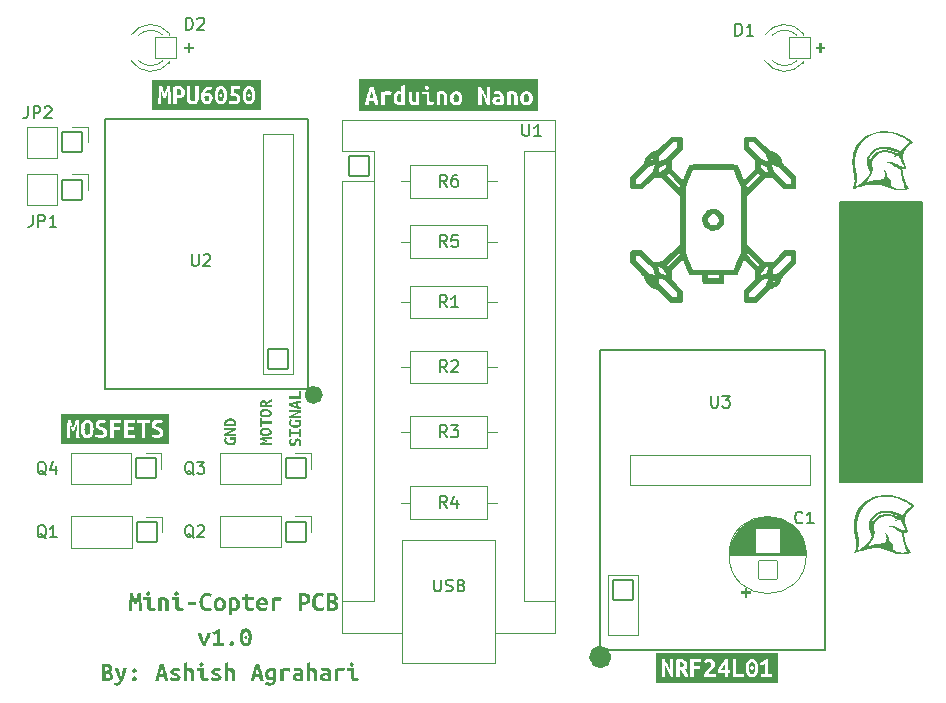
<source format=gto>
G04 #@! TF.GenerationSoftware,KiCad,Pcbnew,(6.0.10)*
G04 #@! TF.CreationDate,2023-05-01T22:11:39-04:00*
G04 #@! TF.ProjectId,MiniCopterSchematic,4d696e69-436f-4707-9465-72536368656d,v01*
G04 #@! TF.SameCoordinates,Original*
G04 #@! TF.FileFunction,Legend,Top*
G04 #@! TF.FilePolarity,Positive*
%FSLAX46Y46*%
G04 Gerber Fmt 4.6, Leading zero omitted, Abs format (unit mm)*
G04 Created by KiCad (PCBNEW (6.0.10)) date 2023-05-01 22:11:39*
%MOMM*%
%LPD*%
G01*
G04 APERTURE LIST*
G04 Aperture macros list*
%AMRoundRect*
0 Rectangle with rounded corners*
0 $1 Rounding radius*
0 $2 $3 $4 $5 $6 $7 $8 $9 X,Y pos of 4 corners*
0 Add a 4 corners polygon primitive as box body*
4,1,4,$2,$3,$4,$5,$6,$7,$8,$9,$2,$3,0*
0 Add four circle primitives for the rounded corners*
1,1,$1+$1,$2,$3*
1,1,$1+$1,$4,$5*
1,1,$1+$1,$6,$7*
1,1,$1+$1,$8,$9*
0 Add four rect primitives between the rounded corners*
20,1,$1+$1,$2,$3,$4,$5,0*
20,1,$1+$1,$4,$5,$6,$7,0*
20,1,$1+$1,$6,$7,$8,$9,0*
20,1,$1+$1,$8,$9,$2,$3,0*%
G04 Aperture macros list end*
%ADD10C,0.200000*%
%ADD11C,0.150000*%
%ADD12C,0.120000*%
%ADD13C,0.973026*%
%ADD14C,0.793420*%
%ADD15C,6.500000*%
%ADD16RoundRect,0.050000X0.850000X-0.850000X0.850000X0.850000X-0.850000X0.850000X-0.850000X-0.850000X0*%
%ADD17O,1.800000X1.800000*%
%ADD18C,1.800000*%
%ADD19C,1.700000*%
%ADD20O,1.700000X1.700000*%
%ADD21RoundRect,0.050000X-0.850000X-0.850000X0.850000X-0.850000X0.850000X0.850000X-0.850000X0.850000X0*%
%ADD22RoundRect,0.050000X0.900000X0.900000X-0.900000X0.900000X-0.900000X-0.900000X0.900000X-0.900000X0*%
%ADD23C,1.900000*%
%ADD24RoundRect,0.050000X-0.850000X0.850000X-0.850000X-0.850000X0.850000X-0.850000X0.850000X0.850000X0*%
%ADD25RoundRect,0.050000X0.800000X-0.800000X0.800000X0.800000X-0.800000X0.800000X-0.800000X-0.800000X0*%
G04 APERTURE END LIST*
D10*
X143100000Y-91025000D02*
X150100000Y-91025000D01*
X150100000Y-91025000D02*
X150100000Y-114775000D01*
X150100000Y-114775000D02*
X143100000Y-114775000D01*
X143100000Y-114775000D02*
X143100000Y-91025000D01*
G36*
X143100000Y-91025000D02*
G01*
X150100000Y-91025000D01*
X150100000Y-114775000D01*
X143100000Y-114775000D01*
X143100000Y-91025000D01*
G37*
D11*
X88404761Y-114143619D02*
X88309523Y-114096000D01*
X88214285Y-114000761D01*
X88071428Y-113857904D01*
X87976190Y-113810285D01*
X87880952Y-113810285D01*
X87928571Y-114048380D02*
X87833333Y-114000761D01*
X87738095Y-113905523D01*
X87690476Y-113715047D01*
X87690476Y-113381714D01*
X87738095Y-113191238D01*
X87833333Y-113096000D01*
X87928571Y-113048380D01*
X88119047Y-113048380D01*
X88214285Y-113096000D01*
X88309523Y-113191238D01*
X88357142Y-113381714D01*
X88357142Y-113715047D01*
X88309523Y-113905523D01*
X88214285Y-114000761D01*
X88119047Y-114048380D01*
X87928571Y-114048380D01*
X88690476Y-113048380D02*
X89309523Y-113048380D01*
X88976190Y-113429333D01*
X89119047Y-113429333D01*
X89214285Y-113476952D01*
X89261904Y-113524571D01*
X89309523Y-113619809D01*
X89309523Y-113857904D01*
X89261904Y-113953142D01*
X89214285Y-114000761D01*
X89119047Y-114048380D01*
X88833333Y-114048380D01*
X88738095Y-114000761D01*
X88690476Y-113953142D01*
X109833333Y-105452380D02*
X109500000Y-104976190D01*
X109261904Y-105452380D02*
X109261904Y-104452380D01*
X109642857Y-104452380D01*
X109738095Y-104500000D01*
X109785714Y-104547619D01*
X109833333Y-104642857D01*
X109833333Y-104785714D01*
X109785714Y-104880952D01*
X109738095Y-104928571D01*
X109642857Y-104976190D01*
X109261904Y-104976190D01*
X110214285Y-104547619D02*
X110261904Y-104500000D01*
X110357142Y-104452380D01*
X110595238Y-104452380D01*
X110690476Y-104500000D01*
X110738095Y-104547619D01*
X110785714Y-104642857D01*
X110785714Y-104738095D01*
X110738095Y-104880952D01*
X110166666Y-105452380D01*
X110785714Y-105452380D01*
X132220108Y-107452380D02*
X132220108Y-108261904D01*
X132267727Y-108357142D01*
X132315346Y-108404761D01*
X132410584Y-108452380D01*
X132601060Y-108452380D01*
X132696298Y-108404761D01*
X132743917Y-108357142D01*
X132791536Y-108261904D01*
X132791536Y-107452380D01*
X133172489Y-107452380D02*
X133791536Y-107452380D01*
X133458203Y-107833333D01*
X133601060Y-107833333D01*
X133696298Y-107880952D01*
X133743917Y-107928571D01*
X133791536Y-108023809D01*
X133791536Y-108261904D01*
X133743917Y-108357142D01*
X133696298Y-108404761D01*
X133601060Y-108452380D01*
X133315346Y-108452380D01*
X133220108Y-108404761D01*
X133172489Y-108357142D01*
X109833333Y-116952380D02*
X109500000Y-116476190D01*
X109261904Y-116952380D02*
X109261904Y-115952380D01*
X109642857Y-115952380D01*
X109738095Y-116000000D01*
X109785714Y-116047619D01*
X109833333Y-116142857D01*
X109833333Y-116285714D01*
X109785714Y-116380952D01*
X109738095Y-116428571D01*
X109642857Y-116476190D01*
X109261904Y-116476190D01*
X110690476Y-116285714D02*
X110690476Y-116952380D01*
X110452380Y-115904761D02*
X110214285Y-116619047D01*
X110833333Y-116619047D01*
X116238095Y-84452380D02*
X116238095Y-85261904D01*
X116285714Y-85357142D01*
X116333333Y-85404761D01*
X116428571Y-85452380D01*
X116619047Y-85452380D01*
X116714285Y-85404761D01*
X116761904Y-85357142D01*
X116809523Y-85261904D01*
X116809523Y-84452380D01*
X117809523Y-85452380D02*
X117238095Y-85452380D01*
X117523809Y-85452380D02*
X117523809Y-84452380D01*
X117428571Y-84595238D01*
X117333333Y-84690476D01*
X117238095Y-84738095D01*
X108743095Y-123012380D02*
X108743095Y-123821904D01*
X108790714Y-123917142D01*
X108838333Y-123964761D01*
X108933571Y-124012380D01*
X109124047Y-124012380D01*
X109219285Y-123964761D01*
X109266904Y-123917142D01*
X109314523Y-123821904D01*
X109314523Y-123012380D01*
X109743095Y-123964761D02*
X109885952Y-124012380D01*
X110124047Y-124012380D01*
X110219285Y-123964761D01*
X110266904Y-123917142D01*
X110314523Y-123821904D01*
X110314523Y-123726666D01*
X110266904Y-123631428D01*
X110219285Y-123583809D01*
X110124047Y-123536190D01*
X109933571Y-123488571D01*
X109838333Y-123440952D01*
X109790714Y-123393333D01*
X109743095Y-123298095D01*
X109743095Y-123202857D01*
X109790714Y-123107619D01*
X109838333Y-123060000D01*
X109933571Y-123012380D01*
X110171666Y-123012380D01*
X110314523Y-123060000D01*
X111076428Y-123488571D02*
X111219285Y-123536190D01*
X111266904Y-123583809D01*
X111314523Y-123679047D01*
X111314523Y-123821904D01*
X111266904Y-123917142D01*
X111219285Y-123964761D01*
X111124047Y-124012380D01*
X110743095Y-124012380D01*
X110743095Y-123012380D01*
X111076428Y-123012380D01*
X111171666Y-123060000D01*
X111219285Y-123107619D01*
X111266904Y-123202857D01*
X111266904Y-123298095D01*
X111219285Y-123393333D01*
X111171666Y-123440952D01*
X111076428Y-123488571D01*
X110743095Y-123488571D01*
X109833333Y-94852380D02*
X109500000Y-94376190D01*
X109261904Y-94852380D02*
X109261904Y-93852380D01*
X109642857Y-93852380D01*
X109738095Y-93900000D01*
X109785714Y-93947619D01*
X109833333Y-94042857D01*
X109833333Y-94185714D01*
X109785714Y-94280952D01*
X109738095Y-94328571D01*
X109642857Y-94376190D01*
X109261904Y-94376190D01*
X110738095Y-93852380D02*
X110261904Y-93852380D01*
X110214285Y-94328571D01*
X110261904Y-94280952D01*
X110357142Y-94233333D01*
X110595238Y-94233333D01*
X110690476Y-94280952D01*
X110738095Y-94328571D01*
X110785714Y-94423809D01*
X110785714Y-94661904D01*
X110738095Y-94757142D01*
X110690476Y-94804761D01*
X110595238Y-94852380D01*
X110357142Y-94852380D01*
X110261904Y-94804761D01*
X110214285Y-94757142D01*
X87761904Y-76452380D02*
X87761904Y-75452380D01*
X88000000Y-75452380D01*
X88142857Y-75500000D01*
X88238095Y-75595238D01*
X88285714Y-75690476D01*
X88333333Y-75880952D01*
X88333333Y-76023809D01*
X88285714Y-76214285D01*
X88238095Y-76309523D01*
X88142857Y-76404761D01*
X88000000Y-76452380D01*
X87761904Y-76452380D01*
X88714285Y-75547619D02*
X88761904Y-75500000D01*
X88857142Y-75452380D01*
X89095238Y-75452380D01*
X89190476Y-75500000D01*
X89238095Y-75547619D01*
X89285714Y-75642857D01*
X89285714Y-75738095D01*
X89238095Y-75880952D01*
X88666666Y-76452380D01*
X89285714Y-76452380D01*
X74766666Y-92152380D02*
X74766666Y-92866666D01*
X74719047Y-93009523D01*
X74623809Y-93104761D01*
X74480952Y-93152380D01*
X74385714Y-93152380D01*
X75242857Y-93152380D02*
X75242857Y-92152380D01*
X75623809Y-92152380D01*
X75719047Y-92200000D01*
X75766666Y-92247619D01*
X75814285Y-92342857D01*
X75814285Y-92485714D01*
X75766666Y-92580952D01*
X75719047Y-92628571D01*
X75623809Y-92676190D01*
X75242857Y-92676190D01*
X76766666Y-93152380D02*
X76195238Y-93152380D01*
X76480952Y-93152380D02*
X76480952Y-92152380D01*
X76385714Y-92295238D01*
X76290476Y-92390476D01*
X76195238Y-92438095D01*
X139933333Y-118157142D02*
X139885714Y-118204761D01*
X139742857Y-118252380D01*
X139647619Y-118252380D01*
X139504761Y-118204761D01*
X139409523Y-118109523D01*
X139361904Y-118014285D01*
X139314285Y-117823809D01*
X139314285Y-117680952D01*
X139361904Y-117490476D01*
X139409523Y-117395238D01*
X139504761Y-117300000D01*
X139647619Y-117252380D01*
X139742857Y-117252380D01*
X139885714Y-117300000D01*
X139933333Y-117347619D01*
X140885714Y-118252380D02*
X140314285Y-118252380D01*
X140600000Y-118252380D02*
X140600000Y-117252380D01*
X140504761Y-117395238D01*
X140409523Y-117490476D01*
X140314285Y-117538095D01*
X134261904Y-76952380D02*
X134261904Y-75952380D01*
X134500000Y-75952380D01*
X134642857Y-76000000D01*
X134738095Y-76095238D01*
X134785714Y-76190476D01*
X134833333Y-76380952D01*
X134833333Y-76523809D01*
X134785714Y-76714285D01*
X134738095Y-76809523D01*
X134642857Y-76904761D01*
X134500000Y-76952380D01*
X134261904Y-76952380D01*
X135785714Y-76952380D02*
X135214285Y-76952380D01*
X135500000Y-76952380D02*
X135500000Y-75952380D01*
X135404761Y-76095238D01*
X135309523Y-76190476D01*
X135214285Y-76238095D01*
X109833333Y-89752380D02*
X109500000Y-89276190D01*
X109261904Y-89752380D02*
X109261904Y-88752380D01*
X109642857Y-88752380D01*
X109738095Y-88800000D01*
X109785714Y-88847619D01*
X109833333Y-88942857D01*
X109833333Y-89085714D01*
X109785714Y-89180952D01*
X109738095Y-89228571D01*
X109642857Y-89276190D01*
X109261904Y-89276190D01*
X110690476Y-88752380D02*
X110500000Y-88752380D01*
X110404761Y-88800000D01*
X110357142Y-88847619D01*
X110261904Y-88990476D01*
X110214285Y-89180952D01*
X110214285Y-89561904D01*
X110261904Y-89657142D01*
X110309523Y-89704761D01*
X110404761Y-89752380D01*
X110595238Y-89752380D01*
X110690476Y-89704761D01*
X110738095Y-89657142D01*
X110785714Y-89561904D01*
X110785714Y-89323809D01*
X110738095Y-89228571D01*
X110690476Y-89180952D01*
X110595238Y-89133333D01*
X110404761Y-89133333D01*
X110309523Y-89180952D01*
X110261904Y-89228571D01*
X110214285Y-89323809D01*
X74366666Y-82952380D02*
X74366666Y-83666666D01*
X74319047Y-83809523D01*
X74223809Y-83904761D01*
X74080952Y-83952380D01*
X73985714Y-83952380D01*
X74842857Y-83952380D02*
X74842857Y-82952380D01*
X75223809Y-82952380D01*
X75319047Y-83000000D01*
X75366666Y-83047619D01*
X75414285Y-83142857D01*
X75414285Y-83285714D01*
X75366666Y-83380952D01*
X75319047Y-83428571D01*
X75223809Y-83476190D01*
X74842857Y-83476190D01*
X75795238Y-83047619D02*
X75842857Y-83000000D01*
X75938095Y-82952380D01*
X76176190Y-82952380D01*
X76271428Y-83000000D01*
X76319047Y-83047619D01*
X76366666Y-83142857D01*
X76366666Y-83238095D01*
X76319047Y-83380952D01*
X75747619Y-83952380D01*
X76366666Y-83952380D01*
X75904761Y-119522619D02*
X75809523Y-119475000D01*
X75714285Y-119379761D01*
X75571428Y-119236904D01*
X75476190Y-119189285D01*
X75380952Y-119189285D01*
X75428571Y-119427380D02*
X75333333Y-119379761D01*
X75238095Y-119284523D01*
X75190476Y-119094047D01*
X75190476Y-118760714D01*
X75238095Y-118570238D01*
X75333333Y-118475000D01*
X75428571Y-118427380D01*
X75619047Y-118427380D01*
X75714285Y-118475000D01*
X75809523Y-118570238D01*
X75857142Y-118760714D01*
X75857142Y-119094047D01*
X75809523Y-119284523D01*
X75714285Y-119379761D01*
X75619047Y-119427380D01*
X75428571Y-119427380D01*
X76809523Y-119427380D02*
X76238095Y-119427380D01*
X76523809Y-119427380D02*
X76523809Y-118427380D01*
X76428571Y-118570238D01*
X76333333Y-118665476D01*
X76238095Y-118713095D01*
X88404761Y-119497619D02*
X88309523Y-119450000D01*
X88214285Y-119354761D01*
X88071428Y-119211904D01*
X87976190Y-119164285D01*
X87880952Y-119164285D01*
X87928571Y-119402380D02*
X87833333Y-119354761D01*
X87738095Y-119259523D01*
X87690476Y-119069047D01*
X87690476Y-118735714D01*
X87738095Y-118545238D01*
X87833333Y-118450000D01*
X87928571Y-118402380D01*
X88119047Y-118402380D01*
X88214285Y-118450000D01*
X88309523Y-118545238D01*
X88357142Y-118735714D01*
X88357142Y-119069047D01*
X88309523Y-119259523D01*
X88214285Y-119354761D01*
X88119047Y-119402380D01*
X87928571Y-119402380D01*
X88738095Y-118497619D02*
X88785714Y-118450000D01*
X88880952Y-118402380D01*
X89119047Y-118402380D01*
X89214285Y-118450000D01*
X89261904Y-118497619D01*
X89309523Y-118592857D01*
X89309523Y-118688095D01*
X89261904Y-118830952D01*
X88690476Y-119402380D01*
X89309523Y-119402380D01*
X109833333Y-99952380D02*
X109500000Y-99476190D01*
X109261904Y-99952380D02*
X109261904Y-98952380D01*
X109642857Y-98952380D01*
X109738095Y-99000000D01*
X109785714Y-99047619D01*
X109833333Y-99142857D01*
X109833333Y-99285714D01*
X109785714Y-99380952D01*
X109738095Y-99428571D01*
X109642857Y-99476190D01*
X109261904Y-99476190D01*
X110785714Y-99952380D02*
X110214285Y-99952380D01*
X110500000Y-99952380D02*
X110500000Y-98952380D01*
X110404761Y-99095238D01*
X110309523Y-99190476D01*
X110214285Y-99238095D01*
X109833333Y-110952380D02*
X109500000Y-110476190D01*
X109261904Y-110952380D02*
X109261904Y-109952380D01*
X109642857Y-109952380D01*
X109738095Y-110000000D01*
X109785714Y-110047619D01*
X109833333Y-110142857D01*
X109833333Y-110285714D01*
X109785714Y-110380952D01*
X109738095Y-110428571D01*
X109642857Y-110476190D01*
X109261904Y-110476190D01*
X110166666Y-109952380D02*
X110785714Y-109952380D01*
X110452380Y-110333333D01*
X110595238Y-110333333D01*
X110690476Y-110380952D01*
X110738095Y-110428571D01*
X110785714Y-110523809D01*
X110785714Y-110761904D01*
X110738095Y-110857142D01*
X110690476Y-110904761D01*
X110595238Y-110952380D01*
X110309523Y-110952380D01*
X110214285Y-110904761D01*
X110166666Y-110857142D01*
X88238095Y-95452380D02*
X88238095Y-96261904D01*
X88285714Y-96357142D01*
X88333333Y-96404761D01*
X88428571Y-96452380D01*
X88619047Y-96452380D01*
X88714285Y-96404761D01*
X88761904Y-96357142D01*
X88809523Y-96261904D01*
X88809523Y-95452380D01*
X89238095Y-95547619D02*
X89285714Y-95500000D01*
X89380952Y-95452380D01*
X89619047Y-95452380D01*
X89714285Y-95500000D01*
X89761904Y-95547619D01*
X89809523Y-95642857D01*
X89809523Y-95738095D01*
X89761904Y-95880952D01*
X89190476Y-96452380D01*
X89809523Y-96452380D01*
X75904761Y-114147619D02*
X75809523Y-114100000D01*
X75714285Y-114004761D01*
X75571428Y-113861904D01*
X75476190Y-113814285D01*
X75380952Y-113814285D01*
X75428571Y-114052380D02*
X75333333Y-114004761D01*
X75238095Y-113909523D01*
X75190476Y-113719047D01*
X75190476Y-113385714D01*
X75238095Y-113195238D01*
X75333333Y-113100000D01*
X75428571Y-113052380D01*
X75619047Y-113052380D01*
X75714285Y-113100000D01*
X75809523Y-113195238D01*
X75857142Y-113385714D01*
X75857142Y-113719047D01*
X75809523Y-113909523D01*
X75714285Y-114004761D01*
X75619047Y-114052380D01*
X75428571Y-114052380D01*
X76714285Y-113385714D02*
X76714285Y-114052380D01*
X76476190Y-113004761D02*
X76238095Y-113719047D01*
X76857142Y-113719047D01*
G36*
X134981062Y-98998666D02*
G01*
X134981062Y-98552056D01*
X135457003Y-98072942D01*
X135932945Y-97593828D01*
X135934346Y-97242754D01*
X135934635Y-97170168D01*
X136395696Y-97170168D01*
X136402948Y-97199806D01*
X136434361Y-97207501D01*
X136498629Y-97193652D01*
X136528212Y-97183870D01*
X137375380Y-97183870D01*
X137376366Y-97193956D01*
X137408560Y-97191478D01*
X137482912Y-97172899D01*
X137586288Y-97141716D01*
X137645046Y-97122393D01*
X137899422Y-97036527D01*
X138969976Y-95967569D01*
X138969976Y-95600346D01*
X138602754Y-95600346D01*
X137533796Y-96670900D01*
X137447929Y-96925276D01*
X137411734Y-97038278D01*
X137386385Y-97128854D01*
X137375380Y-97183870D01*
X136528212Y-97183870D01*
X136604445Y-97158662D01*
X136682217Y-97131012D01*
X136902194Y-97052194D01*
X136981012Y-96832217D01*
X137027291Y-96700255D01*
X137052645Y-96614553D01*
X137056674Y-96566416D01*
X137038976Y-96547151D01*
X136999151Y-96548064D01*
X136968187Y-96553911D01*
X136892843Y-96587540D01*
X136791441Y-96664010D01*
X136660529Y-96785955D01*
X136648216Y-96798216D01*
X136522374Y-96931735D01*
X136442226Y-97035457D01*
X136405137Y-97112835D01*
X136403911Y-97118187D01*
X136395696Y-97170168D01*
X135934635Y-97170168D01*
X135935746Y-96891680D01*
X135463488Y-96420072D01*
X134991230Y-95948465D01*
X134730242Y-96554615D01*
X134647721Y-96742098D01*
X134571469Y-96907407D01*
X134505180Y-97043061D01*
X134452548Y-97141579D01*
X134417265Y-97195483D01*
X134410664Y-97201802D01*
X134372719Y-97217857D01*
X134306644Y-97229446D01*
X134204982Y-97237111D01*
X134060273Y-97241392D01*
X133865059Y-97242831D01*
X133845321Y-97242840D01*
X133338568Y-97242840D01*
X133338568Y-97522811D01*
X133337373Y-97655240D01*
X133331867Y-97743134D01*
X133319163Y-97800600D01*
X133296375Y-97841747D01*
X133266575Y-97874774D01*
X133194583Y-97946766D01*
X131605416Y-97946766D01*
X131533424Y-97874774D01*
X131499678Y-97836384D01*
X131478492Y-97793784D01*
X131466982Y-97732869D01*
X131462261Y-97639528D01*
X131461431Y-97522811D01*
X131461431Y-97477482D01*
X131930715Y-97477482D01*
X132869284Y-97477482D01*
X132869284Y-97242840D01*
X131930715Y-97242840D01*
X131930715Y-97477482D01*
X131461431Y-97477482D01*
X131461431Y-97242840D01*
X130954678Y-97242840D01*
X130756603Y-97241700D01*
X130609323Y-97237890D01*
X130505008Y-97230830D01*
X130435830Y-97219937D01*
X130393961Y-97204630D01*
X130387788Y-97200719D01*
X130356730Y-97159964D01*
X130307266Y-97071139D01*
X130242587Y-96940714D01*
X130165885Y-96775158D01*
X130080350Y-96580943D01*
X130068468Y-96553273D01*
X129809285Y-95947949D01*
X129336769Y-96419815D01*
X128864253Y-96891680D01*
X128865653Y-97242754D01*
X128867054Y-97593828D01*
X129342996Y-98072942D01*
X129818937Y-98552056D01*
X129818937Y-98998666D01*
X129818573Y-99169767D01*
X129816544Y-99292341D01*
X129811442Y-99376523D01*
X129801862Y-99432447D01*
X129786395Y-99470245D01*
X129763636Y-99500053D01*
X129746945Y-99517268D01*
X129717178Y-99544780D01*
X129685173Y-99564208D01*
X129640801Y-99576957D01*
X129573933Y-99584431D01*
X129474442Y-99588035D01*
X129332200Y-99589175D01*
X129227965Y-99589261D01*
X128780978Y-99589261D01*
X128192740Y-99004127D01*
X128018925Y-98831721D01*
X127880698Y-98696263D01*
X127772411Y-98592981D01*
X127688416Y-98517104D01*
X127623065Y-98463859D01*
X127570710Y-98428474D01*
X127525702Y-98406177D01*
X127482394Y-98392197D01*
X127462997Y-98387577D01*
X127226313Y-98306026D01*
X127012208Y-98175567D01*
X126828564Y-98004083D01*
X126683263Y-97799456D01*
X126612199Y-97634563D01*
X127138448Y-97634563D01*
X127157460Y-97670180D01*
X127208545Y-97726789D01*
X127274338Y-97793404D01*
X127309381Y-97822332D01*
X127323336Y-97818405D01*
X127325865Y-97786453D01*
X127325866Y-97785450D01*
X127302422Y-97725863D01*
X127247160Y-97666209D01*
X127182684Y-97628314D01*
X127158796Y-97624133D01*
X127138448Y-97634563D01*
X126612199Y-97634563D01*
X126584188Y-97569569D01*
X126572799Y-97526366D01*
X127756043Y-97526366D01*
X127758521Y-97558560D01*
X127777100Y-97632912D01*
X127808283Y-97736288D01*
X127827606Y-97795046D01*
X127913472Y-98049422D01*
X128982430Y-99119976D01*
X129349653Y-99119976D01*
X129349653Y-98752754D01*
X128279099Y-97683796D01*
X128024723Y-97597929D01*
X127911721Y-97561734D01*
X127821145Y-97536385D01*
X127766129Y-97525380D01*
X127756043Y-97526366D01*
X126572799Y-97526366D01*
X126562422Y-97487003D01*
X126550541Y-97442697D01*
X126532384Y-97399107D01*
X126503181Y-97350585D01*
X126458158Y-97291483D01*
X126392543Y-97216153D01*
X126301565Y-97118946D01*
X126180452Y-96994214D01*
X126024431Y-96836310D01*
X125945872Y-96757259D01*
X125360739Y-96169021D01*
X125360739Y-95967569D01*
X125830023Y-95967569D01*
X126900577Y-97036749D01*
X127149884Y-97121296D01*
X127262545Y-97157614D01*
X127353542Y-97183421D01*
X127409204Y-97194998D01*
X127419167Y-97194530D01*
X127419163Y-97163763D01*
X127402565Y-97090635D01*
X127372569Y-96988009D01*
X127352673Y-96927059D01*
X127266203Y-96670900D01*
X127179793Y-96584361D01*
X127742498Y-96584361D01*
X127756347Y-96648629D01*
X127791337Y-96754445D01*
X127818987Y-96832217D01*
X127897806Y-97052194D01*
X128117782Y-97131012D01*
X128249744Y-97177291D01*
X128335446Y-97202645D01*
X128383583Y-97206674D01*
X128402848Y-97188976D01*
X128401935Y-97149151D01*
X128396088Y-97118187D01*
X128362502Y-97045761D01*
X128293243Y-96950808D01*
X128200167Y-96845181D01*
X128095127Y-96740736D01*
X127989978Y-96649327D01*
X127896576Y-96582810D01*
X127831812Y-96553911D01*
X127779831Y-96545696D01*
X127750193Y-96552948D01*
X127742498Y-96584361D01*
X127179793Y-96584361D01*
X126941925Y-96346138D01*
X128471297Y-96346138D01*
X128599145Y-96482226D01*
X129099787Y-95982198D01*
X129600429Y-95482169D01*
X129588936Y-95361655D01*
X129583676Y-95306503D01*
X130053579Y-95306503D01*
X130367247Y-96040030D01*
X130680915Y-96773556D01*
X134117000Y-96773556D01*
X134431710Y-96039734D01*
X134708987Y-95393196D01*
X135209840Y-95393196D01*
X135211891Y-95425723D01*
X135224867Y-95461263D01*
X135253450Y-95505788D01*
X135302323Y-95565269D01*
X135376169Y-95645678D01*
X135479669Y-95752987D01*
X135617507Y-95893168D01*
X135696904Y-95973543D01*
X136196113Y-96478726D01*
X136264182Y-96414778D01*
X136332251Y-96350831D01*
X135781310Y-95798944D01*
X135230369Y-95247058D01*
X135214032Y-95357709D01*
X135209840Y-95393196D01*
X134708987Y-95393196D01*
X134746420Y-95305911D01*
X134746420Y-89789234D01*
X134673107Y-89617830D01*
X135199570Y-89617830D01*
X135211063Y-89738344D01*
X135222556Y-89858857D01*
X136328702Y-88753861D01*
X136200854Y-88617773D01*
X135700212Y-89117801D01*
X135199570Y-89617830D01*
X134673107Y-89617830D01*
X134433585Y-89057838D01*
X134120750Y-88326443D01*
X130680286Y-88326443D01*
X130366933Y-89057993D01*
X130053579Y-89789542D01*
X130053579Y-95306503D01*
X129583676Y-95306503D01*
X129577443Y-95241142D01*
X128471297Y-96346138D01*
X126941925Y-96346138D01*
X126197245Y-95600346D01*
X125830023Y-95600346D01*
X125830023Y-95967569D01*
X125360739Y-95967569D01*
X125360739Y-95722034D01*
X125361102Y-95550852D01*
X125363127Y-95428203D01*
X125368221Y-95343956D01*
X125377787Y-95287986D01*
X125393230Y-95250163D01*
X125415957Y-95220360D01*
X125432731Y-95203054D01*
X125462508Y-95175533D01*
X125494527Y-95156102D01*
X125538919Y-95143355D01*
X125605819Y-95135884D01*
X125705358Y-95132283D01*
X125847669Y-95131147D01*
X125951390Y-95131062D01*
X126398056Y-95131062D01*
X126883958Y-95609686D01*
X127369861Y-96088311D01*
X127715712Y-96084871D01*
X128061564Y-96081431D01*
X128822930Y-95320488D01*
X129584295Y-94559545D01*
X129584295Y-90540454D01*
X128822930Y-89779511D01*
X128061564Y-89018568D01*
X127715712Y-89015128D01*
X127369861Y-89011689D01*
X126883958Y-89490313D01*
X126398056Y-89968937D01*
X125951390Y-89968937D01*
X125780277Y-89968573D01*
X125657691Y-89966545D01*
X125573499Y-89961444D01*
X125517569Y-89951866D01*
X125479767Y-89936403D01*
X125449960Y-89913648D01*
X125432731Y-89896945D01*
X125405219Y-89867178D01*
X125385791Y-89835173D01*
X125373042Y-89790801D01*
X125365568Y-89723933D01*
X125361964Y-89624442D01*
X125360964Y-89499653D01*
X125830023Y-89499653D01*
X126197245Y-89499653D01*
X126946611Y-88749168D01*
X128467748Y-88749168D01*
X129018689Y-89301055D01*
X129569630Y-89852941D01*
X129585967Y-89742290D01*
X129590159Y-89706803D01*
X129588108Y-89674276D01*
X129575132Y-89638736D01*
X129546549Y-89594211D01*
X129497676Y-89534730D01*
X129423830Y-89454321D01*
X129320330Y-89347012D01*
X129182492Y-89206831D01*
X129103095Y-89126456D01*
X128603886Y-88621273D01*
X128535817Y-88685221D01*
X128467748Y-88749168D01*
X126946611Y-88749168D01*
X127166316Y-88529135D01*
X127744130Y-88529135D01*
X127761678Y-88547895D01*
X127801174Y-88547383D01*
X127831812Y-88542234D01*
X127901251Y-88514150D01*
X127991787Y-88449121D01*
X128109344Y-88342680D01*
X128151783Y-88300992D01*
X128277287Y-88168343D01*
X128357294Y-88065272D01*
X128394625Y-87988097D01*
X128396088Y-87981812D01*
X128404304Y-87929831D01*
X128397051Y-87900193D01*
X128365638Y-87892498D01*
X128301370Y-87906347D01*
X128195554Y-87941337D01*
X128117782Y-87968987D01*
X127897806Y-88047806D01*
X127818987Y-88267782D01*
X127773202Y-88398021D01*
X127748110Y-88482157D01*
X127744130Y-88529135D01*
X127166316Y-88529135D01*
X127266203Y-88429099D01*
X127352070Y-88174723D01*
X127388265Y-88061721D01*
X127413614Y-87971145D01*
X127424619Y-87916129D01*
X127423633Y-87906043D01*
X127391439Y-87908521D01*
X127317087Y-87927100D01*
X127213711Y-87958283D01*
X127154953Y-87977606D01*
X126900577Y-88063472D01*
X125830023Y-89132430D01*
X125830023Y-89499653D01*
X125360964Y-89499653D01*
X125360824Y-89482200D01*
X125360739Y-89377965D01*
X125360739Y-88930978D01*
X125945872Y-88342740D01*
X126118278Y-88168925D01*
X126253736Y-88030698D01*
X126357018Y-87922411D01*
X126432895Y-87838416D01*
X126486140Y-87773065D01*
X126521525Y-87720710D01*
X126543822Y-87675702D01*
X126557802Y-87632394D01*
X126562422Y-87612997D01*
X126579460Y-87563547D01*
X127755057Y-87563547D01*
X127756043Y-87573633D01*
X127788237Y-87571155D01*
X127862589Y-87552576D01*
X127965964Y-87521393D01*
X128024723Y-87502070D01*
X128279099Y-87416203D01*
X129349653Y-86347245D01*
X129349653Y-85980023D01*
X128982430Y-85980023D01*
X127913472Y-87050577D01*
X127827606Y-87304953D01*
X127791411Y-87417955D01*
X127766062Y-87508530D01*
X127755057Y-87563547D01*
X126579460Y-87563547D01*
X126611529Y-87470474D01*
X127137533Y-87470474D01*
X127159062Y-87475866D01*
X127215499Y-87456267D01*
X127267205Y-87417205D01*
X127313382Y-87358273D01*
X127324799Y-87314811D01*
X127302023Y-87299884D01*
X127268546Y-87319283D01*
X127213764Y-87367779D01*
X127193879Y-87387875D01*
X127145011Y-87444015D01*
X127137533Y-87470474D01*
X126611529Y-87470474D01*
X126643973Y-87376313D01*
X126774432Y-87162208D01*
X126945916Y-86978564D01*
X127150543Y-86833263D01*
X127380430Y-86734188D01*
X127462997Y-86712422D01*
X127507302Y-86700541D01*
X127550892Y-86682384D01*
X127599414Y-86653181D01*
X127658516Y-86608158D01*
X127733846Y-86542543D01*
X127831053Y-86451565D01*
X127955785Y-86330452D01*
X128113689Y-86174431D01*
X128192740Y-86095872D01*
X128780978Y-85510739D01*
X129227965Y-85510739D01*
X129399147Y-85511102D01*
X129521797Y-85513127D01*
X129606043Y-85518221D01*
X129662013Y-85527787D01*
X129699836Y-85543230D01*
X129729639Y-85565957D01*
X129746945Y-85582731D01*
X129774467Y-85612510D01*
X129793899Y-85644531D01*
X129806646Y-85688927D01*
X129814117Y-85755832D01*
X129817717Y-85855380D01*
X129818853Y-85997703D01*
X129818937Y-86101333D01*
X129818937Y-86547943D01*
X129342745Y-87027309D01*
X128866552Y-87506676D01*
X128866128Y-87858222D01*
X128865704Y-88209767D01*
X129336997Y-88680411D01*
X129808289Y-89151055D01*
X130066958Y-88546938D01*
X130155829Y-88343922D01*
X130235044Y-88171944D01*
X130301713Y-88036846D01*
X130352949Y-87944471D01*
X130385863Y-87900661D01*
X130386775Y-87899990D01*
X130405919Y-87891367D01*
X130439635Y-87883951D01*
X130491992Y-87877656D01*
X130567059Y-87872394D01*
X130668904Y-87868081D01*
X130801596Y-87864629D01*
X130969203Y-87861951D01*
X131175795Y-87859962D01*
X131425439Y-87858575D01*
X131722205Y-87857704D01*
X132070161Y-87857262D01*
X132403276Y-87857159D01*
X132791132Y-87857239D01*
X133124581Y-87857552D01*
X133407877Y-87858207D01*
X133645272Y-87859310D01*
X133841020Y-87860972D01*
X133999376Y-87863299D01*
X134124591Y-87866401D01*
X134220920Y-87870385D01*
X134292616Y-87875360D01*
X134343932Y-87881434D01*
X134379122Y-87888716D01*
X134402439Y-87897313D01*
X134418136Y-87907334D01*
X134419532Y-87908487D01*
X134448629Y-87949852D01*
X134495869Y-88036796D01*
X134557036Y-88160665D01*
X134627913Y-88312807D01*
X134704284Y-88484566D01*
X134735204Y-88556303D01*
X134989971Y-89152792D01*
X135462133Y-88681279D01*
X135934295Y-88209767D01*
X135933935Y-87911008D01*
X136397185Y-87911008D01*
X136398156Y-87950827D01*
X136404052Y-87981812D01*
X136433572Y-88043849D01*
X136495924Y-88131003D01*
X136580223Y-88231688D01*
X136675582Y-88334317D01*
X136771112Y-88427301D01*
X136855928Y-88499052D01*
X136919143Y-88537984D01*
X136929499Y-88541081D01*
X137011901Y-88554677D01*
X137051405Y-88551368D01*
X137061776Y-88529417D01*
X137061670Y-88524422D01*
X137051389Y-88480834D01*
X137025798Y-88398310D01*
X136989949Y-88292928D01*
X136981012Y-88267782D01*
X136902194Y-88047806D01*
X136682217Y-87968987D01*
X136550247Y-87922705D01*
X136493933Y-87906043D01*
X137376366Y-87906043D01*
X137378844Y-87938237D01*
X137397423Y-88012589D01*
X137428606Y-88115964D01*
X137447929Y-88174723D01*
X137533796Y-88429099D01*
X138602754Y-89499653D01*
X138969976Y-89499653D01*
X138969976Y-89132430D01*
X137899422Y-88063472D01*
X137645046Y-87977606D01*
X137532044Y-87941411D01*
X137441469Y-87916062D01*
X137386452Y-87905057D01*
X137376366Y-87906043D01*
X136493933Y-87906043D01*
X136464543Y-87897347D01*
X136416418Y-87893314D01*
X136397185Y-87911008D01*
X135933935Y-87911008D01*
X135933871Y-87858222D01*
X135933447Y-87506676D01*
X135457254Y-87027309D01*
X134981062Y-86547943D01*
X134981062Y-86347245D01*
X135450346Y-86347245D01*
X135985623Y-86881835D01*
X136520900Y-87416426D01*
X136770207Y-87500972D01*
X136882869Y-87537291D01*
X136973865Y-87563097D01*
X137029527Y-87574675D01*
X137039490Y-87574207D01*
X137039486Y-87543439D01*
X137022888Y-87470312D01*
X136992893Y-87367685D01*
X136973668Y-87308796D01*
X137474133Y-87308796D01*
X137496770Y-87370507D01*
X137550128Y-87432289D01*
X137612384Y-87471536D01*
X137635450Y-87475866D01*
X137674590Y-87471011D01*
X137679445Y-87466954D01*
X137660340Y-87443274D01*
X137611662Y-87392877D01*
X137576789Y-87358545D01*
X137513944Y-87302687D01*
X137481940Y-87288928D01*
X137474133Y-87308796D01*
X136973668Y-87308796D01*
X136972996Y-87306736D01*
X136886527Y-87050577D01*
X135817569Y-85980023D01*
X135450346Y-85980023D01*
X135450346Y-86347245D01*
X134981062Y-86347245D01*
X134981062Y-86101333D01*
X134981426Y-85930232D01*
X134983455Y-85807658D01*
X134988557Y-85723476D01*
X134998137Y-85667552D01*
X135013604Y-85629754D01*
X135036363Y-85599946D01*
X135053054Y-85582731D01*
X135082821Y-85555219D01*
X135114826Y-85535791D01*
X135159198Y-85523042D01*
X135226066Y-85515568D01*
X135325557Y-85511964D01*
X135467799Y-85510824D01*
X135572034Y-85510739D01*
X136019021Y-85510739D01*
X136607259Y-86095872D01*
X136781074Y-86268278D01*
X136919301Y-86403736D01*
X137027588Y-86507018D01*
X137111583Y-86582895D01*
X137176934Y-86636140D01*
X137229289Y-86671525D01*
X137274297Y-86693822D01*
X137317605Y-86707802D01*
X137337003Y-86712422D01*
X137573686Y-86793973D01*
X137787791Y-86924432D01*
X137971435Y-87095916D01*
X138116736Y-87300543D01*
X138215811Y-87530430D01*
X138237577Y-87612997D01*
X138249459Y-87657302D01*
X138267615Y-87700892D01*
X138296818Y-87749414D01*
X138341841Y-87808516D01*
X138407456Y-87883846D01*
X138498434Y-87981053D01*
X138619547Y-88105785D01*
X138775569Y-88263689D01*
X138854127Y-88342740D01*
X139439261Y-88930978D01*
X139439261Y-89377965D01*
X139438897Y-89549147D01*
X139436872Y-89671797D01*
X139431778Y-89756043D01*
X139422212Y-89812013D01*
X139406769Y-89849836D01*
X139384042Y-89879639D01*
X139367268Y-89896945D01*
X139337491Y-89924466D01*
X139305472Y-89943897D01*
X139261080Y-89956644D01*
X139194180Y-89964115D01*
X139094641Y-89967716D01*
X138952330Y-89968853D01*
X138848609Y-89968937D01*
X138401943Y-89968937D01*
X137916041Y-89490449D01*
X137430138Y-89011960D01*
X137085501Y-89014050D01*
X136740865Y-89016139D01*
X135978284Y-89778297D01*
X135215704Y-90540454D01*
X135215704Y-94559545D01*
X135978284Y-95321702D01*
X136740865Y-96083860D01*
X137085501Y-96085949D01*
X137430138Y-96088039D01*
X137916041Y-95609550D01*
X138401943Y-95131062D01*
X138848609Y-95131062D01*
X139019722Y-95131426D01*
X139142308Y-95133454D01*
X139226500Y-95138555D01*
X139282430Y-95148133D01*
X139320232Y-95163596D01*
X139350039Y-95186351D01*
X139367268Y-95203054D01*
X139394780Y-95232821D01*
X139414208Y-95264826D01*
X139426957Y-95309198D01*
X139434431Y-95376066D01*
X139438035Y-95475557D01*
X139439175Y-95617799D01*
X139439261Y-95722034D01*
X139439261Y-96169021D01*
X138854127Y-96757259D01*
X138681721Y-96931074D01*
X138546263Y-97069301D01*
X138442981Y-97177588D01*
X138367104Y-97261583D01*
X138313859Y-97326934D01*
X138278474Y-97379289D01*
X138256177Y-97424297D01*
X138242197Y-97467605D01*
X138237577Y-97487003D01*
X138156026Y-97723686D01*
X138025567Y-97937791D01*
X137854083Y-98121435D01*
X137649456Y-98266736D01*
X137419569Y-98365811D01*
X137337003Y-98387577D01*
X137292697Y-98399459D01*
X137249107Y-98417615D01*
X137200585Y-98446818D01*
X137141483Y-98491841D01*
X137066153Y-98557456D01*
X136968946Y-98648434D01*
X136844214Y-98769547D01*
X136686310Y-98925569D01*
X136607259Y-99004127D01*
X136019021Y-99589261D01*
X135572034Y-99589261D01*
X135400852Y-99588897D01*
X135278203Y-99586872D01*
X135193956Y-99581778D01*
X135137986Y-99572212D01*
X135100163Y-99556769D01*
X135070360Y-99534042D01*
X135053054Y-99517268D01*
X135025532Y-99487489D01*
X135006100Y-99455468D01*
X134993353Y-99411072D01*
X134985882Y-99344167D01*
X134982283Y-99244620D01*
X134981287Y-99119976D01*
X135450346Y-99119976D01*
X135817569Y-99119976D01*
X136886527Y-98049422D01*
X136972393Y-97795046D01*
X136975467Y-97785450D01*
X137474133Y-97785450D01*
X137476517Y-97817976D01*
X137490108Y-97822587D01*
X137524571Y-97794451D01*
X137589567Y-97728737D01*
X137591455Y-97726789D01*
X137647313Y-97663944D01*
X137661071Y-97631940D01*
X137641204Y-97624133D01*
X137579492Y-97646770D01*
X137517710Y-97700128D01*
X137478463Y-97762384D01*
X137474133Y-97785450D01*
X136975467Y-97785450D01*
X137008588Y-97682044D01*
X137033937Y-97591469D01*
X137044942Y-97536452D01*
X137043956Y-97526366D01*
X137011762Y-97528844D01*
X136937411Y-97547423D01*
X136834035Y-97578606D01*
X136775276Y-97597929D01*
X136520900Y-97683796D01*
X135450346Y-98752754D01*
X135450346Y-99119976D01*
X134981287Y-99119976D01*
X134981146Y-99102296D01*
X134981062Y-98998666D01*
G37*
G36*
X131526644Y-92201181D02*
G01*
X131543255Y-92161152D01*
X131627685Y-92021010D01*
X131749620Y-91882017D01*
X131890548Y-91762740D01*
X132012947Y-91690031D01*
X132161770Y-91644540D01*
X132340742Y-91624091D01*
X132526962Y-91628684D01*
X132697534Y-91658319D01*
X132787052Y-91690031D01*
X132931892Y-91779316D01*
X133073907Y-91905700D01*
X133193874Y-92049961D01*
X133259968Y-92162947D01*
X133305459Y-92311770D01*
X133325908Y-92490742D01*
X133321315Y-92676962D01*
X133291680Y-92847534D01*
X133259968Y-92937052D01*
X133171640Y-93080745D01*
X133047179Y-93221032D01*
X132905291Y-93339297D01*
X132787052Y-93407679D01*
X132645223Y-93451457D01*
X132475827Y-93475526D01*
X132303513Y-93478371D01*
X132152932Y-93458480D01*
X132118321Y-93448728D01*
X131913149Y-93352688D01*
X131741806Y-93214954D01*
X131608124Y-93044105D01*
X131515934Y-92848723D01*
X131469069Y-92637388D01*
X131469985Y-92550000D01*
X131930715Y-92550000D01*
X131943856Y-92621173D01*
X131977095Y-92714106D01*
X131996709Y-92756429D01*
X132078469Y-92866320D01*
X132193226Y-92954719D01*
X132321184Y-93008725D01*
X132400000Y-93019284D01*
X132471173Y-93006143D01*
X132564106Y-92972904D01*
X132606429Y-92953291D01*
X132716320Y-92871530D01*
X132804719Y-92756773D01*
X132858725Y-92628815D01*
X132869284Y-92550000D01*
X132856143Y-92478826D01*
X132822904Y-92385893D01*
X132803291Y-92343570D01*
X132721530Y-92233679D01*
X132606773Y-92145280D01*
X132478815Y-92091274D01*
X132400000Y-92080715D01*
X132328826Y-92093856D01*
X132235893Y-92127095D01*
X132193570Y-92146709D01*
X132083679Y-92228469D01*
X131995280Y-92343226D01*
X131941274Y-92471184D01*
X131930715Y-92550000D01*
X131469985Y-92550000D01*
X131471362Y-92418680D01*
X131526644Y-92201181D01*
G37*
D12*
X96987000Y-112296000D02*
X98317000Y-112296000D01*
X90637000Y-112266000D02*
X95777000Y-112266000D01*
X90637000Y-114926000D02*
X95777000Y-114926000D01*
X90637000Y-114926000D02*
X90637000Y-112266000D01*
X98317000Y-112296000D02*
X98317000Y-113626000D01*
X95777000Y-114926000D02*
X95777000Y-112266000D01*
X114040000Y-105000000D02*
X113270000Y-105000000D01*
X105960000Y-105000000D02*
X106730000Y-105000000D01*
X106730000Y-103630000D02*
X106730000Y-106370000D01*
X113270000Y-106370000D02*
X113270000Y-103630000D01*
X106730000Y-106370000D02*
X113270000Y-106370000D01*
X113270000Y-103630000D02*
X106730000Y-103630000D01*
D11*
X124092013Y-103533487D02*
X122822013Y-103533487D01*
X141872013Y-103533487D02*
X141872013Y-128933487D01*
X124092013Y-128933487D02*
X141872013Y-128933487D01*
X122822013Y-103533487D02*
X122822013Y-128933487D01*
X124092013Y-103533487D02*
X141872013Y-103533487D01*
X124092013Y-128933487D02*
X122822013Y-128933487D01*
D12*
X125362013Y-112423487D02*
X140602013Y-112423487D01*
X140602013Y-112423487D02*
X140602013Y-114963487D01*
X140602013Y-114963487D02*
X125362013Y-114963487D01*
X125362013Y-114963487D02*
X125362013Y-112423487D01*
X125997013Y-127663487D02*
X123457013Y-127663487D01*
X123457013Y-127663487D02*
X123457013Y-122583487D01*
X123457013Y-122583487D02*
X125997013Y-122583487D01*
X125997013Y-122583487D02*
X125997013Y-127663487D01*
D13*
X123308526Y-129568487D02*
G75*
G03*
X123308526Y-129568487I-486513J0D01*
G01*
D12*
X114040000Y-116500000D02*
X113270000Y-116500000D01*
X105960000Y-116500000D02*
X106730000Y-116500000D01*
X106730000Y-115130000D02*
X106730000Y-117870000D01*
X113270000Y-117870000D02*
X113270000Y-115130000D01*
X106730000Y-117870000D02*
X113270000Y-117870000D01*
X113270000Y-115130000D02*
X106730000Y-115130000D01*
X103655000Y-86730000D02*
X100985000Y-86730000D01*
X113945000Y-130040000D02*
X106065000Y-130040000D01*
X119025000Y-127500000D02*
X119025000Y-84060000D01*
X106065000Y-130040000D02*
X106065000Y-119620000D01*
X113945000Y-119620000D02*
X113945000Y-130040000D01*
X119025000Y-127500000D02*
X113945000Y-127500000D01*
X100985000Y-89270000D02*
X100985000Y-127500000D01*
X103655000Y-124830000D02*
X100985000Y-124830000D01*
X116355000Y-86730000D02*
X116355000Y-124830000D01*
X103655000Y-89270000D02*
X103655000Y-86730000D01*
X116355000Y-124830000D02*
X119025000Y-124830000D01*
X116355000Y-86730000D02*
X119025000Y-86730000D01*
X103655000Y-89270000D02*
X100985000Y-89270000D01*
X119025000Y-84060000D02*
X100985000Y-84060000D01*
X100985000Y-127500000D02*
X106065000Y-127500000D01*
X100985000Y-84060000D02*
X100985000Y-86730000D01*
X106065000Y-119620000D02*
X113945000Y-119620000D01*
X103655000Y-89270000D02*
X103655000Y-124830000D01*
X114040000Y-94400000D02*
X113270000Y-94400000D01*
X105960000Y-94400000D02*
X106730000Y-94400000D01*
X106730000Y-93030000D02*
X106730000Y-95770000D01*
X113270000Y-95770000D02*
X113270000Y-93030000D01*
X106730000Y-95770000D02*
X113270000Y-95770000D01*
X113270000Y-93030000D02*
X106730000Y-93030000D01*
X86330000Y-79236000D02*
X86330000Y-79080000D01*
X86330000Y-76920000D02*
X86330000Y-76764000D01*
X83728870Y-79079837D02*
G75*
G03*
X85810961Y-79080000I1041130J1079837D01*
G01*
X86330000Y-76764484D02*
G75*
G03*
X83097665Y-76921392I-1560000J-1235516D01*
G01*
X85810961Y-76920000D02*
G75*
G03*
X83728870Y-76920163I-1040961J-1080000D01*
G01*
X83097665Y-79078608D02*
G75*
G03*
X86330000Y-79235516I1672335J1078608D01*
G01*
G36*
X144346635Y-118072767D02*
G01*
X144409319Y-117710175D01*
X144513128Y-117377813D01*
X144657913Y-117076063D01*
X144843523Y-116805309D01*
X145069807Y-116565935D01*
X145336617Y-116358323D01*
X145642057Y-116183707D01*
X145926530Y-116056843D01*
X146193154Y-115965038D01*
X146458239Y-115904500D01*
X146738094Y-115871438D01*
X147025865Y-115862026D01*
X147292987Y-115868927D01*
X147530929Y-115892167D01*
X147760565Y-115935023D01*
X148002770Y-116000766D01*
X148093335Y-116029451D01*
X148288182Y-116100910D01*
X148500626Y-116192340D01*
X148719114Y-116297664D01*
X148932093Y-116410802D01*
X149128011Y-116525673D01*
X149295314Y-116636201D01*
X149400884Y-116717489D01*
X149486799Y-116790326D01*
X149316784Y-116901867D01*
X149146539Y-117028793D01*
X148987454Y-117175877D01*
X148850855Y-117331203D01*
X148748069Y-117482859D01*
X148727608Y-117521582D01*
X148684792Y-117616134D01*
X148658179Y-117700161D01*
X148643067Y-117794056D01*
X148634756Y-117918210D01*
X148634426Y-117925780D01*
X148633193Y-118070305D01*
X148644652Y-118203525D01*
X148671654Y-118338590D01*
X148717055Y-118488648D01*
X148783708Y-118666848D01*
X148808715Y-118728837D01*
X148848955Y-118832110D01*
X148878105Y-118916311D01*
X148892766Y-118970989D01*
X148892400Y-118986238D01*
X148859774Y-118996375D01*
X148791785Y-119012325D01*
X148713820Y-119028490D01*
X148552385Y-119060206D01*
X148567097Y-119166814D01*
X148642454Y-119593064D01*
X148745222Y-119979843D01*
X148874819Y-120325302D01*
X149018980Y-120607983D01*
X149094632Y-120736290D01*
X149023807Y-120763218D01*
X148876049Y-120805980D01*
X148694879Y-120838046D01*
X148497794Y-120857910D01*
X148302291Y-120864067D01*
X148125865Y-120855011D01*
X148060489Y-120846110D01*
X147910303Y-120813441D01*
X147723379Y-120761189D01*
X147509507Y-120692383D01*
X147278477Y-120610051D01*
X147193992Y-120578069D01*
X147046542Y-120523491D01*
X146901202Y-120473418D01*
X146771283Y-120432182D01*
X146670095Y-120404116D01*
X146637882Y-120397014D01*
X146486590Y-120377650D01*
X146300979Y-120368254D01*
X146097450Y-120368629D01*
X145892407Y-120378581D01*
X145702253Y-120397913D01*
X145629124Y-120409065D01*
X145451420Y-120444459D01*
X145242840Y-120493722D01*
X145020790Y-120552153D01*
X144802676Y-120615050D01*
X144605904Y-120677711D01*
X144511571Y-120710928D01*
X144416894Y-120745367D01*
X144342364Y-120771595D01*
X144299982Y-120785423D01*
X144294910Y-120786558D01*
X144299787Y-120765565D01*
X144323520Y-120710373D01*
X144361063Y-120632658D01*
X144363447Y-120627925D01*
X144440887Y-120437148D01*
X144490443Y-120234328D01*
X144508233Y-120038342D01*
X144503698Y-119945927D01*
X144493524Y-119868155D01*
X144475990Y-119751710D01*
X144453045Y-119608806D01*
X144426633Y-119451658D01*
X144406836Y-119338086D01*
X144345243Y-118887105D01*
X144328475Y-118533686D01*
X144548130Y-118533686D01*
X144557024Y-118698389D01*
X144579363Y-118879816D01*
X144616100Y-119090496D01*
X144645129Y-119234623D01*
X144700180Y-119562658D01*
X144720790Y-119859460D01*
X144706879Y-120132471D01*
X144658364Y-120389130D01*
X144631444Y-120482016D01*
X144624806Y-120515755D01*
X144645092Y-120515601D01*
X144676116Y-120500259D01*
X144724870Y-120471531D01*
X144802521Y-120422620D01*
X144895143Y-120362361D01*
X144930753Y-120338735D01*
X145055888Y-120246634D01*
X145121114Y-120191650D01*
X145454436Y-120191650D01*
X145491693Y-120183938D01*
X145562036Y-120164127D01*
X145649724Y-120137204D01*
X145739015Y-120108155D01*
X145814167Y-120081967D01*
X145859438Y-120063628D01*
X145860804Y-120062916D01*
X145905775Y-120050091D01*
X145992023Y-120034962D01*
X146109230Y-120019000D01*
X146247078Y-120003678D01*
X146332076Y-119995694D01*
X146534437Y-119975286D01*
X146691805Y-119952386D01*
X146810917Y-119924809D01*
X146898511Y-119890369D01*
X146961324Y-119846882D01*
X147006093Y-119792162D01*
X147016812Y-119773601D01*
X147050685Y-119668740D01*
X147061763Y-119534502D01*
X147050418Y-119387763D01*
X147017022Y-119245402D01*
X147004427Y-119210300D01*
X146976991Y-119132826D01*
X146962285Y-119076523D01*
X146962358Y-119056719D01*
X146985841Y-119066540D01*
X147034314Y-119104900D01*
X147090176Y-119156679D01*
X147201701Y-119299874D01*
X147267150Y-119462875D01*
X147284521Y-119608805D01*
X147289455Y-119674989D01*
X147311107Y-119724988D01*
X147359760Y-119777019D01*
X147398087Y-119810044D01*
X147515739Y-119934142D01*
X147588094Y-120075392D01*
X147619004Y-120242283D01*
X147620774Y-120300582D01*
X147620774Y-120470779D01*
X147743635Y-120548969D01*
X147942030Y-120646000D01*
X148171728Y-120706409D01*
X148426331Y-120728999D01*
X148648721Y-120718511D01*
X148804827Y-120702194D01*
X148716646Y-120516510D01*
X148653660Y-120361497D01*
X148591317Y-120166618D01*
X148532699Y-119943681D01*
X148480886Y-119704495D01*
X148438961Y-119460867D01*
X148436128Y-119441548D01*
X148413434Y-119287282D01*
X148395686Y-119176947D01*
X148380839Y-119103220D01*
X148366844Y-119058775D01*
X148351655Y-119036288D01*
X148333225Y-119028435D01*
X148320472Y-119027699D01*
X148258897Y-119013025D01*
X148168907Y-118973612D01*
X148063004Y-118916372D01*
X147953690Y-118848220D01*
X147853468Y-118776067D01*
X147827698Y-118755222D01*
X147699464Y-118654572D01*
X147593734Y-118588512D01*
X147499493Y-118552232D01*
X147405725Y-118540922D01*
X147344492Y-118544182D01*
X147253789Y-118548226D01*
X147204257Y-118539787D01*
X147198818Y-118522169D01*
X147240398Y-118498677D01*
X147290207Y-118482844D01*
X147414603Y-118459601D01*
X147539839Y-118459974D01*
X147675187Y-118485966D01*
X147829917Y-118539581D01*
X148013300Y-118622822D01*
X148070586Y-118651478D01*
X148243910Y-118735970D01*
X148381681Y-118794636D01*
X148491344Y-118830413D01*
X148558401Y-118843828D01*
X148640122Y-118851235D01*
X148693458Y-118848951D01*
X148707128Y-118840925D01*
X148695275Y-118810930D01*
X148662808Y-118744854D01*
X148614368Y-118651770D01*
X148554592Y-118540745D01*
X148539487Y-118513187D01*
X148469743Y-118384471D01*
X148402555Y-118257120D01*
X148345416Y-118145542D01*
X148305821Y-118064146D01*
X148304801Y-118061925D01*
X148267448Y-117986000D01*
X148232064Y-117939736D01*
X148188095Y-117921116D01*
X148124982Y-117928125D01*
X148032172Y-117958750D01*
X147944094Y-117993076D01*
X147837868Y-118032638D01*
X147755641Y-118058281D01*
X147702814Y-118069182D01*
X147684792Y-118064519D01*
X147706976Y-118043469D01*
X147738784Y-118024323D01*
X147814903Y-117978391D01*
X147881045Y-117933598D01*
X147923217Y-117899379D01*
X147926024Y-117876609D01*
X147892362Y-117846640D01*
X147762469Y-117768372D01*
X147597176Y-117703774D01*
X147411992Y-117657329D01*
X147222426Y-117633519D01*
X147147454Y-117631340D01*
X146903528Y-117652188D01*
X146674776Y-117711131D01*
X146467993Y-117804549D01*
X146289978Y-117928823D01*
X146147526Y-118080333D01*
X146070482Y-118204883D01*
X146025479Y-118304656D01*
X146001312Y-118391523D01*
X145992090Y-118491322D01*
X145991242Y-118552413D01*
X145997162Y-118667660D01*
X146012611Y-118781420D01*
X146032015Y-118861464D01*
X146052143Y-118928342D01*
X146059645Y-118985710D01*
X146054398Y-119051933D01*
X146036276Y-119145378D01*
X146029892Y-119174366D01*
X145968769Y-119374000D01*
X145874631Y-119586798D01*
X145756313Y-119795512D01*
X145622648Y-119982895D01*
X145604417Y-120005013D01*
X145537603Y-120085374D01*
X145486476Y-120148376D01*
X145457939Y-120185431D01*
X145454436Y-120191650D01*
X145121114Y-120191650D01*
X145191158Y-120132604D01*
X145327514Y-120005742D01*
X145455912Y-119875147D01*
X145567303Y-119749915D01*
X145652642Y-119639146D01*
X145694065Y-119571114D01*
X145750930Y-119453745D01*
X145783459Y-119367147D01*
X145792516Y-119296909D01*
X145778964Y-119228623D01*
X145743664Y-119147879D01*
X145721937Y-119105595D01*
X145649730Y-118950102D01*
X145784318Y-118950102D01*
X145793781Y-118971392D01*
X145801561Y-118967346D01*
X145804657Y-118936649D01*
X145801561Y-118932858D01*
X145786184Y-118936409D01*
X145784318Y-118950102D01*
X145649730Y-118950102D01*
X145633674Y-118915526D01*
X145579848Y-118741727D01*
X145563699Y-118621949D01*
X145711050Y-118621949D01*
X145735255Y-118771983D01*
X145770640Y-118911304D01*
X145787636Y-118626782D01*
X145798335Y-118498093D01*
X145813681Y-118377235D01*
X145831334Y-118280508D01*
X145843664Y-118236283D01*
X145943867Y-118022261D01*
X146075031Y-117845087D01*
X146241146Y-117701181D01*
X146446202Y-117586964D01*
X146651919Y-117511210D01*
X146758437Y-117486170D01*
X146884307Y-117471630D01*
X147043258Y-117466221D01*
X147103462Y-117466196D01*
X147231017Y-117468098D01*
X147331593Y-117474014D01*
X147421496Y-117486765D01*
X147517030Y-117509176D01*
X147634499Y-117544069D01*
X147730076Y-117574695D01*
X147885305Y-117622281D01*
X148035434Y-117663272D01*
X148171931Y-117695835D01*
X148286264Y-117718132D01*
X148369901Y-117728331D01*
X148414307Y-117724594D01*
X148417274Y-117722509D01*
X148408053Y-117711171D01*
X148381653Y-117708429D01*
X148340664Y-117700198D01*
X148260835Y-117677612D01*
X148152049Y-117643696D01*
X148024193Y-117601471D01*
X147959448Y-117579312D01*
X147732195Y-117503774D01*
X147540489Y-117447835D01*
X147373039Y-117409138D01*
X147218551Y-117385326D01*
X147065733Y-117374041D01*
X146967726Y-117372302D01*
X146692196Y-117393042D01*
X146445471Y-117454611D01*
X146229268Y-117556032D01*
X146045307Y-117696326D01*
X145895305Y-117874516D01*
X145805574Y-118033610D01*
X145743546Y-118214740D01*
X145711362Y-118417949D01*
X145711050Y-118621949D01*
X145563699Y-118621949D01*
X145556178Y-118566163D01*
X145556283Y-118407906D01*
X145586349Y-118186513D01*
X145656658Y-117984552D01*
X145770893Y-117794356D01*
X145932732Y-117608258D01*
X145946979Y-117594167D01*
X146105940Y-117454036D01*
X146265295Y-117349764D01*
X146442827Y-117271436D01*
X146622620Y-117217517D01*
X146875864Y-117175727D01*
X147153834Y-117170344D01*
X147446069Y-117199850D01*
X147742110Y-117262728D01*
X148031499Y-117357461D01*
X148247276Y-117453193D01*
X148325430Y-117491541D01*
X148383508Y-117518375D01*
X148407554Y-117527495D01*
X148427048Y-117507679D01*
X148465815Y-117455960D01*
X148510914Y-117390289D01*
X148591912Y-117284125D01*
X148700214Y-117163757D01*
X148821997Y-117042812D01*
X148943437Y-116934919D01*
X149050710Y-116853705D01*
X149063734Y-116845289D01*
X149123892Y-116801261D01*
X149157024Y-116764582D01*
X149159126Y-116750476D01*
X149125296Y-116718128D01*
X149056008Y-116666941D01*
X148960979Y-116603279D01*
X148849931Y-116533501D01*
X148732581Y-116463971D01*
X148655397Y-116420760D01*
X148291462Y-116246236D01*
X147923902Y-116115614D01*
X147556482Y-116028625D01*
X147192966Y-115984999D01*
X146837121Y-115984465D01*
X146492710Y-116026752D01*
X146163500Y-116111592D01*
X145853255Y-116238712D01*
X145565740Y-116407844D01*
X145304720Y-116618717D01*
X145257235Y-116664672D01*
X145038468Y-116918748D01*
X144859542Y-117205316D01*
X144720330Y-117524657D01*
X144620705Y-117877052D01*
X144566875Y-118204343D01*
X144551731Y-118373180D01*
X144548130Y-118533686D01*
X144328475Y-118533686D01*
X144325226Y-118465205D01*
X144346635Y-118072767D01*
G37*
X78140000Y-88670000D02*
X79470000Y-88670000D01*
X74270000Y-88670000D02*
X74270000Y-91330000D01*
X76870000Y-88670000D02*
X74270000Y-88670000D01*
X76870000Y-88670000D02*
X76870000Y-91330000D01*
X79470000Y-88670000D02*
X79470000Y-90000000D01*
X76870000Y-91330000D02*
X74270000Y-91330000D01*
X138040000Y-118931380D02*
X139548000Y-118931380D01*
X138040000Y-119451380D02*
X139876000Y-119451380D01*
X133953000Y-119851380D02*
X135960000Y-119851380D01*
X135110000Y-118291380D02*
X138890000Y-118291380D01*
X133869000Y-120131380D02*
X135960000Y-120131380D01*
X133770000Y-120852380D02*
X140230000Y-120852380D01*
X138040000Y-120051380D02*
X140110000Y-120051380D01*
X138040000Y-119931380D02*
X140074000Y-119931380D01*
X133770000Y-120892380D02*
X140230000Y-120892380D01*
X135166000Y-118251380D02*
X138834000Y-118251380D01*
X135005000Y-118371380D02*
X138995000Y-118371380D01*
X138040000Y-120372380D02*
X140182000Y-120372380D01*
X138040000Y-119331380D02*
X139812000Y-119331380D01*
X134144000Y-119411380D02*
X135960000Y-119411380D01*
X134695000Y-118651380D02*
X135960000Y-118651380D01*
X133818000Y-120372380D02*
X135960000Y-120372380D01*
X136198000Y-117771380D02*
X137802000Y-117771380D01*
X133772000Y-120812380D02*
X140228000Y-120812380D01*
X138040000Y-119291380D02*
X139790000Y-119291380D01*
X135161000Y-124432621D02*
X135161000Y-123802621D01*
X138040000Y-119211380D02*
X139742000Y-119211380D01*
X136598000Y-117691380D02*
X137402000Y-117691380D01*
X138040000Y-120292380D02*
X140167000Y-120292380D01*
X138040000Y-119691380D02*
X139986000Y-119691380D01*
X134188000Y-119331380D02*
X135960000Y-119331380D01*
X138040000Y-119171380D02*
X139716000Y-119171380D01*
X138040000Y-120412380D02*
X140189000Y-120412380D01*
X135491000Y-118051380D02*
X138509000Y-118051380D01*
X134776000Y-118571380D02*
X139224000Y-118571380D01*
X138040000Y-119771380D02*
X140018000Y-119771380D01*
X134516000Y-118851380D02*
X135960000Y-118851380D01*
X135350000Y-118131380D02*
X138650000Y-118131380D01*
X138040000Y-120332380D02*
X140175000Y-120332380D01*
X138040000Y-120652380D02*
X140218000Y-120652380D01*
X134336000Y-119091380D02*
X135960000Y-119091380D01*
X135568000Y-118011380D02*
X138432000Y-118011380D01*
X133799000Y-120492380D02*
X135960000Y-120492380D01*
X134166000Y-119371380D02*
X135960000Y-119371380D01*
X138040000Y-120131380D02*
X140131000Y-120131380D01*
X133778000Y-120692380D02*
X135960000Y-120692380D01*
X134584000Y-118771380D02*
X135960000Y-118771380D01*
X134310000Y-119131380D02*
X135960000Y-119131380D01*
X135224000Y-118211380D02*
X138776000Y-118211380D01*
X138040000Y-119051380D02*
X139636000Y-119051380D01*
X136367000Y-117731380D02*
X137633000Y-117731380D01*
X138040000Y-118651380D02*
X139305000Y-118651380D01*
X138040000Y-118971380D02*
X139578000Y-118971380D01*
X138040000Y-120612380D02*
X140215000Y-120612380D01*
X134030000Y-119651380D02*
X135960000Y-119651380D01*
X133785000Y-120612380D02*
X135960000Y-120612380D01*
X134210000Y-119291380D02*
X135960000Y-119291380D01*
X134048000Y-119611380D02*
X135960000Y-119611380D01*
X138040000Y-119251380D02*
X139766000Y-119251380D01*
X134863000Y-118491380D02*
X139137000Y-118491380D01*
X134393000Y-119011380D02*
X135960000Y-119011380D01*
X138040000Y-120171380D02*
X140141000Y-120171380D01*
X138040000Y-119651380D02*
X139970000Y-119651380D01*
X138040000Y-119531380D02*
X139916000Y-119531380D01*
X134956000Y-118411380D02*
X139044000Y-118411380D01*
X134908000Y-118451380D02*
X139092000Y-118451380D01*
X138040000Y-119611380D02*
X139952000Y-119611380D01*
X134657000Y-118691380D02*
X135960000Y-118691380D01*
X138040000Y-119971380D02*
X140086000Y-119971380D01*
X135650000Y-117971380D02*
X138350000Y-117971380D01*
X133850000Y-120211380D02*
X135960000Y-120211380D01*
X134066000Y-119571380D02*
X135960000Y-119571380D01*
X138040000Y-118691380D02*
X139343000Y-118691380D01*
X133982000Y-119771380D02*
X135960000Y-119771380D01*
X138040000Y-119411380D02*
X139856000Y-119411380D01*
X138040000Y-120452380D02*
X140195000Y-120452380D01*
X133890000Y-120051380D02*
X135960000Y-120051380D01*
X138040000Y-119011380D02*
X139607000Y-119011380D01*
X138040000Y-118771380D02*
X139416000Y-118771380D01*
X133967000Y-119811380D02*
X135960000Y-119811380D01*
X138040000Y-120211380D02*
X140150000Y-120211380D01*
X134846000Y-124117621D02*
X135476000Y-124117621D01*
X138040000Y-119371380D02*
X139834000Y-119371380D01*
X135286000Y-118171380D02*
X138714000Y-118171380D01*
X134620000Y-118731380D02*
X135960000Y-118731380D01*
X135419000Y-118091380D02*
X138581000Y-118091380D01*
X133825000Y-120332380D02*
X135960000Y-120332380D01*
X135941000Y-117851380D02*
X138059000Y-117851380D01*
X136060000Y-117811380D02*
X137940000Y-117811380D01*
X138040000Y-120492380D02*
X140201000Y-120492380D01*
X134104000Y-119491380D02*
X135960000Y-119491380D01*
X138040000Y-119891380D02*
X140061000Y-119891380D01*
X133811000Y-120412380D02*
X135960000Y-120412380D01*
X133841000Y-120252380D02*
X135960000Y-120252380D01*
X133902000Y-120011380D02*
X135960000Y-120011380D01*
X133770000Y-120932380D02*
X140230000Y-120932380D01*
X138040000Y-120091380D02*
X140121000Y-120091380D01*
X134234000Y-119251380D02*
X135960000Y-119251380D01*
X133879000Y-120091380D02*
X135960000Y-120091380D01*
X138040000Y-119811380D02*
X140033000Y-119811380D01*
X133859000Y-120171380D02*
X135960000Y-120171380D01*
X133782000Y-120652380D02*
X135960000Y-120652380D01*
X134550000Y-118811380D02*
X135960000Y-118811380D01*
X134735000Y-118611380D02*
X139265000Y-118611380D01*
X138040000Y-119491380D02*
X139896000Y-119491380D01*
X134422000Y-118971380D02*
X135960000Y-118971380D01*
X138040000Y-120692380D02*
X140222000Y-120692380D01*
X133914000Y-119971380D02*
X135960000Y-119971380D01*
X138040000Y-120011380D02*
X140098000Y-120011380D01*
X135835000Y-117891380D02*
X138165000Y-117891380D01*
X134364000Y-119051380D02*
X135960000Y-119051380D01*
X138040000Y-118891380D02*
X139516000Y-118891380D01*
X138040000Y-119851380D02*
X140047000Y-119851380D01*
X134818000Y-118531380D02*
X139182000Y-118531380D01*
X135056000Y-118331380D02*
X138944000Y-118331380D01*
X135738000Y-117931380D02*
X138262000Y-117931380D01*
X138040000Y-120532380D02*
X140206000Y-120532380D01*
X138040000Y-118731380D02*
X139380000Y-118731380D01*
X134258000Y-119211380D02*
X135960000Y-119211380D01*
X133833000Y-120292380D02*
X135960000Y-120292380D01*
X138040000Y-119571380D02*
X139934000Y-119571380D01*
X133773000Y-120772380D02*
X140227000Y-120772380D01*
X138040000Y-118851380D02*
X139484000Y-118851380D01*
X138040000Y-119131380D02*
X139690000Y-119131380D01*
X134452000Y-118931380D02*
X135960000Y-118931380D01*
X138040000Y-120572380D02*
X140211000Y-120572380D01*
X134124000Y-119451380D02*
X135960000Y-119451380D01*
X138040000Y-119091380D02*
X139664000Y-119091380D01*
X133794000Y-120532380D02*
X135960000Y-120532380D01*
X134484000Y-118891380D02*
X135960000Y-118891380D01*
X134014000Y-119691380D02*
X135960000Y-119691380D01*
X133926000Y-119931380D02*
X135960000Y-119931380D01*
X133939000Y-119891380D02*
X135960000Y-119891380D01*
X133789000Y-120572380D02*
X135960000Y-120572380D01*
X133998000Y-119731380D02*
X135960000Y-119731380D01*
X138040000Y-119731380D02*
X140002000Y-119731380D01*
X133805000Y-120452380D02*
X135960000Y-120452380D01*
X134084000Y-119531380D02*
X135960000Y-119531380D01*
X138040000Y-120252380D02*
X140159000Y-120252380D01*
X138040000Y-118811380D02*
X139450000Y-118811380D01*
X134284000Y-119171380D02*
X135960000Y-119171380D01*
X133776000Y-120732380D02*
X140224000Y-120732380D01*
X140270000Y-120932380D02*
G75*
G03*
X140270000Y-120932380I-3270000J0D01*
G01*
X139990000Y-79236000D02*
X139990000Y-79080000D01*
X139990000Y-76920000D02*
X139990000Y-76764000D01*
X137388870Y-79079837D02*
G75*
G03*
X139470961Y-79080000I1041130J1079837D01*
G01*
X139990000Y-76764484D02*
G75*
G03*
X136757665Y-76921392I-1560000J-1235516D01*
G01*
X139470961Y-76920000D02*
G75*
G03*
X137388870Y-76920163I-1040961J-1080000D01*
G01*
X136757665Y-79078608D02*
G75*
G03*
X139990000Y-79235516I1672335J1078608D01*
G01*
X114040000Y-89300000D02*
X113270000Y-89300000D01*
X105960000Y-89300000D02*
X106730000Y-89300000D01*
X106730000Y-87930000D02*
X106730000Y-90670000D01*
X113270000Y-90670000D02*
X113270000Y-87930000D01*
X106730000Y-90670000D02*
X113270000Y-90670000D01*
X113270000Y-87930000D02*
X106730000Y-87930000D01*
X78140000Y-84670000D02*
X79470000Y-84670000D01*
X74270000Y-84670000D02*
X74270000Y-87330000D01*
X76870000Y-84670000D02*
X74270000Y-84670000D01*
X76870000Y-84670000D02*
X76870000Y-87330000D01*
X79470000Y-84670000D02*
X79470000Y-86000000D01*
X76870000Y-87330000D02*
X74270000Y-87330000D01*
X84395000Y-117675000D02*
X85725000Y-117675000D01*
X78045000Y-117645000D02*
X83185000Y-117645000D01*
X78045000Y-120305000D02*
X83185000Y-120305000D01*
X78045000Y-120305000D02*
X78045000Y-117645000D01*
X85725000Y-117675000D02*
X85725000Y-119005000D01*
X83185000Y-120305000D02*
X83185000Y-117645000D01*
X97010000Y-117650000D02*
X98340000Y-117650000D01*
X90660000Y-117620000D02*
X95800000Y-117620000D01*
X90660000Y-120280000D02*
X95800000Y-120280000D01*
X90660000Y-120280000D02*
X90660000Y-117620000D01*
X98340000Y-117650000D02*
X98340000Y-118980000D01*
X95800000Y-120280000D02*
X95800000Y-117620000D01*
G36*
X144196635Y-87272767D02*
G01*
X144259319Y-86910175D01*
X144363128Y-86577813D01*
X144507913Y-86276063D01*
X144693523Y-86005309D01*
X144919807Y-85765935D01*
X145186617Y-85558323D01*
X145492057Y-85383707D01*
X145776530Y-85256843D01*
X146043154Y-85165038D01*
X146308239Y-85104500D01*
X146588094Y-85071438D01*
X146875865Y-85062026D01*
X147142987Y-85068927D01*
X147380929Y-85092167D01*
X147610565Y-85135023D01*
X147852770Y-85200766D01*
X147943335Y-85229451D01*
X148138182Y-85300910D01*
X148350626Y-85392340D01*
X148569114Y-85497664D01*
X148782093Y-85610802D01*
X148978011Y-85725673D01*
X149145314Y-85836201D01*
X149250884Y-85917489D01*
X149336799Y-85990326D01*
X149166784Y-86101867D01*
X148996539Y-86228793D01*
X148837454Y-86375877D01*
X148700855Y-86531203D01*
X148598069Y-86682859D01*
X148577608Y-86721582D01*
X148534792Y-86816134D01*
X148508179Y-86900161D01*
X148493067Y-86994056D01*
X148484756Y-87118210D01*
X148484426Y-87125780D01*
X148483193Y-87270305D01*
X148494652Y-87403525D01*
X148521654Y-87538590D01*
X148567055Y-87688648D01*
X148633708Y-87866848D01*
X148658715Y-87928837D01*
X148698955Y-88032110D01*
X148728105Y-88116311D01*
X148742766Y-88170989D01*
X148742400Y-88186238D01*
X148709774Y-88196375D01*
X148641785Y-88212325D01*
X148563820Y-88228490D01*
X148402385Y-88260206D01*
X148417097Y-88366814D01*
X148492454Y-88793064D01*
X148595222Y-89179843D01*
X148724819Y-89525302D01*
X148868980Y-89807983D01*
X148944632Y-89936290D01*
X148873807Y-89963218D01*
X148726049Y-90005980D01*
X148544879Y-90038046D01*
X148347794Y-90057910D01*
X148152291Y-90064067D01*
X147975865Y-90055011D01*
X147910489Y-90046110D01*
X147760303Y-90013441D01*
X147573379Y-89961189D01*
X147359507Y-89892383D01*
X147128477Y-89810051D01*
X147043992Y-89778069D01*
X146896542Y-89723491D01*
X146751202Y-89673418D01*
X146621283Y-89632182D01*
X146520095Y-89604116D01*
X146487882Y-89597014D01*
X146336590Y-89577650D01*
X146150979Y-89568254D01*
X145947450Y-89568629D01*
X145742407Y-89578581D01*
X145552253Y-89597913D01*
X145479124Y-89609065D01*
X145301420Y-89644459D01*
X145092840Y-89693722D01*
X144870790Y-89752153D01*
X144652676Y-89815050D01*
X144455904Y-89877711D01*
X144361571Y-89910928D01*
X144266894Y-89945367D01*
X144192364Y-89971595D01*
X144149982Y-89985423D01*
X144144910Y-89986558D01*
X144149787Y-89965565D01*
X144173520Y-89910373D01*
X144211063Y-89832658D01*
X144213447Y-89827925D01*
X144290887Y-89637148D01*
X144340443Y-89434328D01*
X144358233Y-89238342D01*
X144353698Y-89145927D01*
X144343524Y-89068155D01*
X144325990Y-88951710D01*
X144303045Y-88808806D01*
X144276633Y-88651658D01*
X144256836Y-88538086D01*
X144195243Y-88087105D01*
X144178475Y-87733686D01*
X144398130Y-87733686D01*
X144407024Y-87898389D01*
X144429363Y-88079816D01*
X144466100Y-88290496D01*
X144495129Y-88434623D01*
X144550180Y-88762658D01*
X144570790Y-89059460D01*
X144556879Y-89332471D01*
X144508364Y-89589130D01*
X144481444Y-89682016D01*
X144474806Y-89715755D01*
X144495092Y-89715601D01*
X144526116Y-89700259D01*
X144574870Y-89671531D01*
X144652521Y-89622620D01*
X144745143Y-89562361D01*
X144780753Y-89538735D01*
X144905888Y-89446634D01*
X144971114Y-89391650D01*
X145304436Y-89391650D01*
X145341693Y-89383938D01*
X145412036Y-89364127D01*
X145499724Y-89337204D01*
X145589015Y-89308155D01*
X145664167Y-89281967D01*
X145709438Y-89263628D01*
X145710804Y-89262916D01*
X145755775Y-89250091D01*
X145842023Y-89234962D01*
X145959230Y-89219000D01*
X146097078Y-89203678D01*
X146182076Y-89195694D01*
X146384437Y-89175286D01*
X146541805Y-89152386D01*
X146660917Y-89124809D01*
X146748511Y-89090369D01*
X146811324Y-89046882D01*
X146856093Y-88992162D01*
X146866812Y-88973601D01*
X146900685Y-88868740D01*
X146911763Y-88734502D01*
X146900418Y-88587763D01*
X146867022Y-88445402D01*
X146854427Y-88410300D01*
X146826991Y-88332826D01*
X146812285Y-88276523D01*
X146812358Y-88256719D01*
X146835841Y-88266540D01*
X146884314Y-88304900D01*
X146940176Y-88356679D01*
X147051701Y-88499874D01*
X147117150Y-88662875D01*
X147134521Y-88808805D01*
X147139455Y-88874989D01*
X147161107Y-88924988D01*
X147209760Y-88977019D01*
X147248087Y-89010044D01*
X147365739Y-89134142D01*
X147438094Y-89275392D01*
X147469004Y-89442283D01*
X147470774Y-89500582D01*
X147470774Y-89670779D01*
X147593635Y-89748969D01*
X147792030Y-89846000D01*
X148021728Y-89906409D01*
X148276331Y-89928999D01*
X148498721Y-89918511D01*
X148654827Y-89902194D01*
X148566646Y-89716510D01*
X148503660Y-89561497D01*
X148441317Y-89366618D01*
X148382699Y-89143681D01*
X148330886Y-88904495D01*
X148288961Y-88660867D01*
X148286128Y-88641548D01*
X148263434Y-88487282D01*
X148245686Y-88376947D01*
X148230839Y-88303220D01*
X148216844Y-88258775D01*
X148201655Y-88236288D01*
X148183225Y-88228435D01*
X148170472Y-88227699D01*
X148108897Y-88213025D01*
X148018907Y-88173612D01*
X147913004Y-88116372D01*
X147803690Y-88048220D01*
X147703468Y-87976067D01*
X147677698Y-87955222D01*
X147549464Y-87854572D01*
X147443734Y-87788512D01*
X147349493Y-87752232D01*
X147255725Y-87740922D01*
X147194492Y-87744182D01*
X147103789Y-87748226D01*
X147054257Y-87739787D01*
X147048818Y-87722169D01*
X147090398Y-87698677D01*
X147140207Y-87682844D01*
X147264603Y-87659601D01*
X147389839Y-87659974D01*
X147525187Y-87685966D01*
X147679917Y-87739581D01*
X147863300Y-87822822D01*
X147920586Y-87851478D01*
X148093910Y-87935970D01*
X148231681Y-87994636D01*
X148341344Y-88030413D01*
X148408401Y-88043828D01*
X148490122Y-88051235D01*
X148543458Y-88048951D01*
X148557128Y-88040925D01*
X148545275Y-88010930D01*
X148512808Y-87944854D01*
X148464368Y-87851770D01*
X148404592Y-87740745D01*
X148389487Y-87713187D01*
X148319743Y-87584471D01*
X148252555Y-87457120D01*
X148195416Y-87345542D01*
X148155821Y-87264146D01*
X148154801Y-87261925D01*
X148117448Y-87186000D01*
X148082064Y-87139736D01*
X148038095Y-87121116D01*
X147974982Y-87128125D01*
X147882172Y-87158750D01*
X147794094Y-87193076D01*
X147687868Y-87232638D01*
X147605641Y-87258281D01*
X147552814Y-87269182D01*
X147534792Y-87264519D01*
X147556976Y-87243469D01*
X147588784Y-87224323D01*
X147664903Y-87178391D01*
X147731045Y-87133598D01*
X147773217Y-87099379D01*
X147776024Y-87076609D01*
X147742362Y-87046640D01*
X147612469Y-86968372D01*
X147447176Y-86903774D01*
X147261992Y-86857329D01*
X147072426Y-86833519D01*
X146997454Y-86831340D01*
X146753528Y-86852188D01*
X146524776Y-86911131D01*
X146317993Y-87004549D01*
X146139978Y-87128823D01*
X145997526Y-87280333D01*
X145920482Y-87404883D01*
X145875479Y-87504656D01*
X145851312Y-87591523D01*
X145842090Y-87691322D01*
X145841242Y-87752413D01*
X145847162Y-87867660D01*
X145862611Y-87981420D01*
X145882015Y-88061464D01*
X145902143Y-88128342D01*
X145909645Y-88185710D01*
X145904398Y-88251933D01*
X145886276Y-88345378D01*
X145879892Y-88374366D01*
X145818769Y-88574000D01*
X145724631Y-88786798D01*
X145606313Y-88995512D01*
X145472648Y-89182895D01*
X145454417Y-89205013D01*
X145387603Y-89285374D01*
X145336476Y-89348376D01*
X145307939Y-89385431D01*
X145304436Y-89391650D01*
X144971114Y-89391650D01*
X145041158Y-89332604D01*
X145177514Y-89205742D01*
X145305912Y-89075147D01*
X145417303Y-88949915D01*
X145502642Y-88839146D01*
X145544065Y-88771114D01*
X145600930Y-88653745D01*
X145633459Y-88567147D01*
X145642516Y-88496909D01*
X145628964Y-88428623D01*
X145593664Y-88347879D01*
X145571937Y-88305595D01*
X145499730Y-88150102D01*
X145634318Y-88150102D01*
X145643781Y-88171392D01*
X145651561Y-88167346D01*
X145654657Y-88136649D01*
X145651561Y-88132858D01*
X145636184Y-88136409D01*
X145634318Y-88150102D01*
X145499730Y-88150102D01*
X145483674Y-88115526D01*
X145429848Y-87941727D01*
X145413699Y-87821949D01*
X145561050Y-87821949D01*
X145585255Y-87971983D01*
X145620640Y-88111304D01*
X145637636Y-87826782D01*
X145648335Y-87698093D01*
X145663681Y-87577235D01*
X145681334Y-87480508D01*
X145693664Y-87436283D01*
X145793867Y-87222261D01*
X145925031Y-87045087D01*
X146091146Y-86901181D01*
X146296202Y-86786964D01*
X146501919Y-86711210D01*
X146608437Y-86686170D01*
X146734307Y-86671630D01*
X146893258Y-86666221D01*
X146953462Y-86666196D01*
X147081017Y-86668098D01*
X147181593Y-86674014D01*
X147271496Y-86686765D01*
X147367030Y-86709176D01*
X147484499Y-86744069D01*
X147580076Y-86774695D01*
X147735305Y-86822281D01*
X147885434Y-86863272D01*
X148021931Y-86895835D01*
X148136264Y-86918132D01*
X148219901Y-86928331D01*
X148264307Y-86924594D01*
X148267274Y-86922509D01*
X148258053Y-86911171D01*
X148231653Y-86908429D01*
X148190664Y-86900198D01*
X148110835Y-86877612D01*
X148002049Y-86843696D01*
X147874193Y-86801471D01*
X147809448Y-86779312D01*
X147582195Y-86703774D01*
X147390489Y-86647835D01*
X147223039Y-86609138D01*
X147068551Y-86585326D01*
X146915733Y-86574041D01*
X146817726Y-86572302D01*
X146542196Y-86593042D01*
X146295471Y-86654611D01*
X146079268Y-86756032D01*
X145895307Y-86896326D01*
X145745305Y-87074516D01*
X145655574Y-87233610D01*
X145593546Y-87414740D01*
X145561362Y-87617949D01*
X145561050Y-87821949D01*
X145413699Y-87821949D01*
X145406178Y-87766163D01*
X145406283Y-87607906D01*
X145436349Y-87386513D01*
X145506658Y-87184552D01*
X145620893Y-86994356D01*
X145782732Y-86808258D01*
X145796979Y-86794167D01*
X145955940Y-86654036D01*
X146115295Y-86549764D01*
X146292827Y-86471436D01*
X146472620Y-86417517D01*
X146725864Y-86375727D01*
X147003834Y-86370344D01*
X147296069Y-86399850D01*
X147592110Y-86462728D01*
X147881499Y-86557461D01*
X148097276Y-86653193D01*
X148175430Y-86691541D01*
X148233508Y-86718375D01*
X148257554Y-86727495D01*
X148277048Y-86707679D01*
X148315815Y-86655960D01*
X148360914Y-86590289D01*
X148441912Y-86484125D01*
X148550214Y-86363757D01*
X148671997Y-86242812D01*
X148793437Y-86134919D01*
X148900710Y-86053705D01*
X148913734Y-86045289D01*
X148973892Y-86001261D01*
X149007024Y-85964582D01*
X149009126Y-85950476D01*
X148975296Y-85918128D01*
X148906008Y-85866941D01*
X148810979Y-85803279D01*
X148699931Y-85733501D01*
X148582581Y-85663971D01*
X148505397Y-85620760D01*
X148141462Y-85446236D01*
X147773902Y-85315614D01*
X147406482Y-85228625D01*
X147042966Y-85184999D01*
X146687121Y-85184465D01*
X146342710Y-85226752D01*
X146013500Y-85311592D01*
X145703255Y-85438712D01*
X145415740Y-85607844D01*
X145154720Y-85818717D01*
X145107235Y-85864672D01*
X144888468Y-86118748D01*
X144709542Y-86405316D01*
X144570330Y-86724657D01*
X144470705Y-87077052D01*
X144416875Y-87404343D01*
X144401731Y-87573180D01*
X144398130Y-87733686D01*
X144178475Y-87733686D01*
X144175226Y-87665205D01*
X144196635Y-87272767D01*
G37*
X114040000Y-99500000D02*
X113270000Y-99500000D01*
X105960000Y-99500000D02*
X106730000Y-99500000D01*
X106730000Y-98130000D02*
X106730000Y-100870000D01*
X113270000Y-100870000D02*
X113270000Y-98130000D01*
X106730000Y-100870000D02*
X113270000Y-100870000D01*
X113270000Y-98130000D02*
X106730000Y-98130000D01*
X114040000Y-110500000D02*
X113270000Y-110500000D01*
X105960000Y-110500000D02*
X106730000Y-110500000D01*
X106730000Y-109130000D02*
X106730000Y-111870000D01*
X113270000Y-111870000D02*
X113270000Y-109130000D01*
X106730000Y-111870000D02*
X113270000Y-111870000D01*
X113270000Y-109130000D02*
X106730000Y-109130000D01*
D11*
X80900290Y-106855290D02*
X80900290Y-83995290D01*
X98045290Y-106855290D02*
X80900290Y-106855290D01*
X80900290Y-83995290D02*
X98045290Y-83995290D01*
X98045290Y-83995290D02*
X98045290Y-106855290D01*
D12*
X96775290Y-85265290D02*
X94235290Y-85265290D01*
X94235290Y-85265290D02*
X94235290Y-105585290D01*
X94235290Y-105585290D02*
X96775290Y-105585290D01*
X96775290Y-105585290D02*
X96775290Y-85265290D01*
D14*
X98950000Y-107363290D02*
G75*
G03*
X98950000Y-107363290I-396710J0D01*
G01*
D12*
X84340000Y-112300000D02*
X85670000Y-112300000D01*
X77990000Y-112270000D02*
X83130000Y-112270000D01*
X77990000Y-114930000D02*
X83130000Y-114930000D01*
X77990000Y-114930000D02*
X77990000Y-112270000D01*
X85670000Y-112300000D02*
X85670000Y-113630000D01*
X83130000Y-114930000D02*
X83130000Y-112270000D01*
G36*
X91992125Y-110333313D02*
G01*
X91883205Y-110379085D01*
X91774461Y-110427504D01*
X91665894Y-110478569D01*
X91557326Y-110532279D01*
X91448583Y-110588635D01*
X91339662Y-110647637D01*
X91992125Y-110647637D01*
X91992125Y-110823850D01*
X91009462Y-110823850D01*
X91009462Y-110666687D01*
X91082289Y-110622237D01*
X91161069Y-110577788D01*
X91242627Y-110533933D01*
X91323787Y-110491269D01*
X91403559Y-110450788D01*
X91480950Y-110413481D01*
X91552387Y-110380342D01*
X91614300Y-110352363D01*
X91009462Y-110352363D01*
X91009462Y-110176150D01*
X91992125Y-110176150D01*
X91992125Y-110333313D01*
G37*
G36*
X91999269Y-109910244D02*
G01*
X91981012Y-110017400D01*
X91022162Y-110017400D01*
X91003112Y-109891987D01*
X90998350Y-109782450D01*
X90999696Y-109764987D01*
X91168212Y-109764987D01*
X91169006Y-109793563D01*
X91172975Y-109822137D01*
X91833375Y-109822137D01*
X91834962Y-109804675D01*
X91834962Y-109787212D01*
X91809562Y-109675294D01*
X91739712Y-109602269D01*
X91634144Y-109562581D01*
X91570048Y-109553652D01*
X91500000Y-109550675D01*
X91376175Y-109560200D01*
X91269812Y-109593537D01*
X91195994Y-109658625D01*
X91168212Y-109764987D01*
X90999696Y-109764987D01*
X91005494Y-109689780D01*
X91026925Y-109605444D01*
X91063636Y-109531427D01*
X91116619Y-109469712D01*
X91186072Y-109420302D01*
X91272194Y-109383194D01*
X91376373Y-109359977D01*
X91500000Y-109352237D01*
X91626405Y-109360770D01*
X91732569Y-109386369D01*
X91819683Y-109427048D01*
X91888937Y-109480825D01*
X91941127Y-109546905D01*
X91977044Y-109624494D01*
X91997880Y-109712005D01*
X92004595Y-109804675D01*
X92004825Y-109807850D01*
X91999269Y-109910244D01*
G37*
G36*
X91214250Y-111004825D02*
G01*
X91174562Y-111090550D01*
X91157100Y-111195325D01*
X91182500Y-111312800D01*
X91253144Y-111391381D01*
X91361094Y-111435831D01*
X91427173Y-111445952D01*
X91500000Y-111449325D01*
X91607156Y-111443151D01*
X91693675Y-111424631D01*
X91759556Y-111393763D01*
X91822064Y-111325103D01*
X91842900Y-111230250D01*
X91841312Y-111192150D01*
X91836550Y-111154050D01*
X91477775Y-111154050D01*
X91477775Y-110958788D01*
X91968312Y-110958788D01*
X91996887Y-111067531D01*
X92008794Y-111149089D01*
X92012762Y-111246125D01*
X92004627Y-111333636D01*
X91980219Y-111412019D01*
X91939737Y-111480480D01*
X91883381Y-111538225D01*
X91811150Y-111584659D01*
X91723044Y-111619188D01*
X91619261Y-111640619D01*
X91500000Y-111647763D01*
X91381930Y-111639428D01*
X91278544Y-111614425D01*
X91190239Y-111575134D01*
X91117412Y-111523938D01*
X91060461Y-111461628D01*
X91019781Y-111389000D01*
X90995373Y-111308434D01*
X90987237Y-111222313D01*
X90995969Y-111119919D01*
X91015812Y-111041337D01*
X91039625Y-110986569D01*
X91058675Y-110954025D01*
X91214250Y-111004825D01*
G37*
G36*
X88100965Y-77903798D02*
G01*
X88400050Y-77903798D01*
X88400050Y-78096202D01*
X88100965Y-78096202D01*
X88100965Y-78427673D01*
X87899035Y-78427673D01*
X87899035Y-78096202D01*
X87599950Y-78096202D01*
X87599950Y-77903798D01*
X87899035Y-77903798D01*
X87899035Y-77572327D01*
X88100965Y-77572327D01*
X88100965Y-77903798D01*
G37*
G36*
X83300536Y-124298220D02*
G01*
X83354114Y-124467288D01*
X83411264Y-124650645D01*
X83466032Y-124822095D01*
X83525564Y-124639929D01*
X83585095Y-124458954D01*
X83637482Y-124295838D01*
X83680345Y-124169632D01*
X83923232Y-124169632D01*
X83939603Y-124360132D01*
X83955379Y-124545870D01*
X83969667Y-124728333D01*
X83981573Y-124909010D01*
X83991396Y-125089390D01*
X83999432Y-125270960D01*
X84005981Y-125455210D01*
X84011339Y-125643626D01*
X83742257Y-125643626D01*
X83756545Y-124498245D01*
X83575570Y-125122132D01*
X83361257Y-125122132D01*
X83187426Y-124498245D01*
X83199332Y-125643626D01*
X82930251Y-125643626D01*
X82937693Y-125459079D01*
X82945729Y-125267388D01*
X82954361Y-125072721D01*
X82963589Y-124879245D01*
X82974007Y-124689340D01*
X82986211Y-124505388D01*
X83000200Y-124330962D01*
X83015976Y-124169632D01*
X83258864Y-124169632D01*
X83300536Y-124298220D01*
G37*
G36*
X86993831Y-130486464D02*
G01*
X87088908Y-130498602D01*
X87247272Y-130544840D01*
X87203346Y-130785276D01*
X87080816Y-130747130D01*
X86893553Y-130720543D01*
X86746748Y-130747130D01*
X86708601Y-130803772D01*
X86725941Y-130848854D01*
X86772178Y-130884688D01*
X86839223Y-130915898D01*
X86921296Y-130944797D01*
X87050762Y-130991035D01*
X87172136Y-131054612D01*
X87261144Y-131151712D01*
X87295822Y-131296205D01*
X87270391Y-131423359D01*
X87186007Y-131527394D01*
X87032266Y-131596751D01*
X86926497Y-131615824D01*
X86798765Y-131622182D01*
X86668143Y-131614090D01*
X86558328Y-131589815D01*
X86398808Y-131532018D01*
X86442734Y-131293893D01*
X86614970Y-131354002D01*
X86801077Y-131381745D01*
X86960598Y-131366718D01*
X87016083Y-131305452D01*
X86998744Y-131254591D01*
X86950194Y-131218756D01*
X86878525Y-131189858D01*
X86794141Y-131162115D01*
X86666987Y-131119345D01*
X86549081Y-131058080D01*
X86461229Y-130964448D01*
X86426550Y-130822267D01*
X86453137Y-130691645D01*
X86536365Y-130582986D01*
X86680859Y-130509005D01*
X86777380Y-130489065D01*
X86891241Y-130482418D01*
X86993831Y-130486464D01*
G37*
G36*
X100927900Y-130491666D02*
G01*
X101019220Y-130499758D01*
X101117476Y-130513629D01*
X101206484Y-130535592D01*
X101155622Y-130799148D01*
X101089733Y-130785276D01*
X101012285Y-130772561D01*
X100935992Y-130764469D01*
X100873571Y-130762158D01*
X100755664Y-130767937D01*
X100637758Y-130789900D01*
X100637758Y-131596751D01*
X100351083Y-131596751D01*
X100351083Y-130581830D01*
X100465811Y-130544262D01*
X100583428Y-130514785D01*
X100712605Y-130495712D01*
X100862012Y-130489354D01*
X100927900Y-130491666D01*
G37*
G36*
X98263444Y-130519409D02*
G01*
X98346672Y-130497446D01*
X98432212Y-130487042D01*
X98542605Y-130496001D01*
X98633346Y-130522877D01*
X98762812Y-130624600D01*
X98832169Y-130781809D01*
X98847775Y-130878041D01*
X98852976Y-130984099D01*
X98852976Y-131596751D01*
X98568613Y-131596751D01*
X98568613Y-131021090D01*
X98559944Y-130889890D01*
X98533935Y-130801460D01*
X98402157Y-130734415D01*
X98324709Y-130743662D01*
X98263444Y-130759846D01*
X98263444Y-131596751D01*
X97979081Y-131596751D01*
X97979081Y-130040847D01*
X98263444Y-129992297D01*
X98263444Y-130519409D01*
G37*
G36*
X85434748Y-131596751D02*
G01*
X85138826Y-131596751D01*
X85179608Y-131430526D01*
X85220574Y-131270312D01*
X85261726Y-131116108D01*
X85285651Y-131030337D01*
X85552655Y-131030337D01*
X85832394Y-131030337D01*
X85804651Y-130882376D01*
X85773441Y-130740195D01*
X85736450Y-130596857D01*
X85693680Y-130443116D01*
X85650910Y-130596857D01*
X85613920Y-130740195D01*
X85581553Y-130882376D01*
X85552655Y-131030337D01*
X85285651Y-131030337D01*
X85303063Y-130967916D01*
X85344584Y-130825735D01*
X85396168Y-130654004D01*
X85446886Y-130486753D01*
X85496736Y-130323982D01*
X85545719Y-130165689D01*
X85855513Y-130165689D01*
X85906302Y-130325282D01*
X85956947Y-130489643D01*
X86007447Y-130658773D01*
X86057803Y-130832670D01*
X86107726Y-131012637D01*
X86156926Y-131199972D01*
X86205403Y-131394677D01*
X86253158Y-131596751D01*
X85947988Y-131596751D01*
X85880944Y-131266150D01*
X85499481Y-131266150D01*
X85434748Y-131596751D01*
G37*
G36*
X92906058Y-127756839D02*
G01*
X92942422Y-127867103D01*
X92906058Y-127976195D01*
X92813389Y-128021943D01*
X92717200Y-127976195D01*
X92682009Y-127867103D01*
X92717200Y-127756839D01*
X92813389Y-127709918D01*
X92906058Y-127756839D01*
G37*
G36*
X96304114Y-130491666D02*
G01*
X96395434Y-130499758D01*
X96493689Y-130513629D01*
X96582697Y-130535592D01*
X96531836Y-130799148D01*
X96465947Y-130785276D01*
X96388498Y-130772561D01*
X96312206Y-130764469D01*
X96249785Y-130762158D01*
X96131878Y-130767937D01*
X96013971Y-130789900D01*
X96013971Y-131596751D01*
X95727297Y-131596751D01*
X95727297Y-130581830D01*
X95842024Y-130544262D01*
X95959642Y-130514785D01*
X96088819Y-130495712D01*
X96238225Y-130489354D01*
X96304114Y-130491666D01*
G37*
G36*
X97236963Y-131622182D02*
G01*
X97048544Y-131603687D01*
X96904050Y-131542421D01*
X96811575Y-131431451D01*
X96779208Y-131263838D01*
X96780816Y-131256903D01*
X97058947Y-131256903D01*
X97114433Y-131362094D01*
X97257770Y-131393304D01*
X97347934Y-131392148D01*
X97424226Y-131386369D01*
X97424226Y-131136684D01*
X97357181Y-131128593D01*
X97285513Y-131125125D01*
X97199973Y-131130904D01*
X97127148Y-131150556D01*
X97077442Y-131189858D01*
X97058947Y-131256903D01*
X96780816Y-131256903D01*
X96816198Y-131104318D01*
X96915610Y-131000283D01*
X97058947Y-130943641D01*
X97227715Y-130926302D01*
X97332329Y-130930926D01*
X97424226Y-130944797D01*
X97424226Y-130910119D01*
X97373365Y-130774873D01*
X97304008Y-130734126D01*
X97197661Y-130720543D01*
X97041608Y-130732103D01*
X96920234Y-130759846D01*
X96880931Y-130530968D01*
X97031204Y-130497446D01*
X97130038Y-130486175D01*
X97232339Y-130482418D01*
X97355159Y-130490221D01*
X97455437Y-130513629D01*
X97597618Y-130601481D01*
X97673911Y-130740195D01*
X97697030Y-130923990D01*
X97697030Y-131571320D01*
X97512078Y-131603687D01*
X97382034Y-131617558D01*
X97257770Y-131621519D01*
X97236963Y-131622182D01*
G37*
G36*
X83529748Y-131263838D02*
G01*
X83592169Y-131414111D01*
X83529748Y-131569008D01*
X83386411Y-131622182D01*
X83307806Y-131608310D01*
X83241917Y-131567852D01*
X83195680Y-131503119D01*
X83178340Y-131414111D01*
X83195680Y-131327415D01*
X83241917Y-131263838D01*
X83307806Y-131224536D01*
X83386411Y-131210665D01*
X83529748Y-131263838D01*
G37*
G36*
X89091366Y-127707571D02*
G01*
X89121572Y-127808745D01*
X89153537Y-127910506D01*
X89186675Y-128011093D01*
X89220399Y-128108748D01*
X89284916Y-128284702D01*
X89352952Y-128108748D01*
X89390195Y-128011093D01*
X89426852Y-127910506D01*
X89462630Y-127808745D01*
X89497234Y-127707571D01*
X89552367Y-127517541D01*
X89845624Y-127517541D01*
X89795037Y-127680812D01*
X89741811Y-127837484D01*
X89685945Y-127987559D01*
X89627441Y-128131035D01*
X89549239Y-128309987D01*
X89474165Y-128473038D01*
X89402219Y-128620188D01*
X89160575Y-128620188D01*
X89089802Y-128473038D01*
X89018247Y-128309987D01*
X88945910Y-128131035D01*
X88892024Y-127987559D01*
X88839458Y-127837484D01*
X88788211Y-127680812D01*
X88738284Y-127517541D01*
X89040926Y-127517541D01*
X89091366Y-127707571D01*
G37*
G36*
X99228717Y-124149392D02*
G01*
X99339445Y-124179157D01*
X99419217Y-124214876D01*
X99468032Y-124243451D01*
X99391832Y-124476813D01*
X99259673Y-124416092D01*
X99082270Y-124391088D01*
X98947729Y-124416092D01*
X98831048Y-124499435D01*
X98747704Y-124655407D01*
X98723594Y-124764945D01*
X98715557Y-124898295D01*
X98725215Y-125053473D01*
X98754187Y-125182457D01*
X98802473Y-125285248D01*
X98917071Y-125386153D01*
X99087032Y-125419788D01*
X99276342Y-125393595D01*
X99396595Y-125341207D01*
X99470414Y-125572188D01*
X99302536Y-125642435D01*
X99188533Y-125666546D01*
X99058457Y-125674582D01*
X98866899Y-125652357D01*
X98708149Y-125585682D01*
X98582207Y-125474557D01*
X98510323Y-125363978D01*
X98458978Y-125232265D01*
X98428170Y-125079419D01*
X98417901Y-124905438D01*
X98430403Y-124732203D01*
X98467907Y-124579207D01*
X98527736Y-124447346D01*
X98607211Y-124337510D01*
X98704842Y-124250595D01*
X98819142Y-124187492D01*
X98947432Y-124149094D01*
X99087032Y-124136295D01*
X99228717Y-124149392D01*
G37*
G36*
X97584464Y-125643626D02*
G01*
X97291570Y-125643626D01*
X97291570Y-124891151D01*
X97584464Y-124891151D01*
X97703526Y-124891151D01*
X97826756Y-124877161D01*
X97915457Y-124835192D01*
X97969036Y-124759289D01*
X97986895Y-124643501D01*
X97969333Y-124533666D01*
X97916648Y-124461335D01*
X97834793Y-124421152D01*
X97729720Y-124407757D01*
X97657092Y-124408948D01*
X97584464Y-124414901D01*
X97584464Y-124891151D01*
X97291570Y-124891151D01*
X97291570Y-124188682D01*
X97388011Y-124172013D01*
X97496357Y-124161298D01*
X97603514Y-124155345D01*
X97696382Y-124152963D01*
X97869684Y-124165796D01*
X98014941Y-124204293D01*
X98132151Y-124268454D01*
X98218141Y-124361720D01*
X98269734Y-124487529D01*
X98286932Y-124645882D01*
X98269602Y-124805823D01*
X98217612Y-124933220D01*
X98130961Y-125028073D01*
X98012559Y-125093557D01*
X97865319Y-125132848D01*
X97689239Y-125145945D01*
X97584464Y-125145945D01*
X97584464Y-125643626D01*
G37*
G36*
X90401423Y-125631720D02*
G01*
X90311531Y-125579928D01*
X90234736Y-125510276D01*
X90172525Y-125424253D01*
X90126389Y-125323348D01*
X90097814Y-125208750D01*
X90088467Y-125084032D01*
X90385945Y-125084032D01*
X90399339Y-125219763D01*
X90439523Y-125326920D01*
X90509472Y-125396571D01*
X90612164Y-125419788D01*
X90712474Y-125396571D01*
X90784804Y-125326920D01*
X90828560Y-125219763D01*
X90843145Y-125084032D01*
X90829750Y-124948599D01*
X90789567Y-124842335D01*
X90719618Y-124773577D01*
X90616926Y-124750657D01*
X90516616Y-124773577D01*
X90444286Y-124842335D01*
X90400530Y-124948599D01*
X90385945Y-125084032D01*
X90088467Y-125084032D01*
X90088289Y-125081651D01*
X90098111Y-124956338D01*
X90127579Y-124842335D01*
X90174609Y-124741728D01*
X90237117Y-124656598D01*
X90314210Y-124588137D01*
X90404995Y-124537535D01*
X90506793Y-124506281D01*
X90616926Y-124495863D01*
X90728547Y-124506281D01*
X90830048Y-124537535D01*
X90919940Y-124588137D01*
X90996736Y-124656598D01*
X91058946Y-124741728D01*
X91105082Y-124842335D01*
X91133657Y-124956338D01*
X91143182Y-125081651D01*
X91133657Y-125208750D01*
X91105082Y-125323348D01*
X91059243Y-125424253D01*
X90997926Y-125510276D01*
X90922024Y-125579928D01*
X90832429Y-125631720D01*
X90730333Y-125663867D01*
X90616926Y-125674582D01*
X90612164Y-125674132D01*
X90503519Y-125663867D01*
X90401423Y-125631720D01*
G37*
G36*
X83529748Y-130563335D02*
G01*
X83592169Y-130713608D01*
X83529748Y-130868505D01*
X83386411Y-130921678D01*
X83307806Y-130907807D01*
X83241917Y-130867349D01*
X83195680Y-130802616D01*
X83178340Y-130713608D01*
X83195680Y-130626912D01*
X83241917Y-130563335D01*
X83307806Y-130524033D01*
X83386411Y-130510161D01*
X83529748Y-130563335D01*
G37*
G36*
X84687614Y-124064857D02*
G01*
X84742382Y-124202970D01*
X84687614Y-124338701D01*
X84556645Y-124388707D01*
X84426867Y-124338701D01*
X84373289Y-124202970D01*
X84426867Y-124064857D01*
X84556645Y-124014851D01*
X84687614Y-124064857D01*
G37*
G36*
X101904675Y-130063966D02*
G01*
X101957849Y-130198056D01*
X101904675Y-130329833D01*
X101777521Y-130378383D01*
X101651523Y-130329833D01*
X101599505Y-130198056D01*
X101651523Y-130063966D01*
X101777521Y-130015416D01*
X101904675Y-130063966D01*
G37*
G36*
X99879989Y-125651960D02*
G01*
X99775809Y-125638566D01*
X99672820Y-125619813D01*
X99672820Y-125398357D01*
X99965714Y-125398357D01*
X100033579Y-125405501D01*
X100080014Y-125407023D01*
X100106207Y-125407882D01*
X100203839Y-125399548D01*
X100288373Y-125368592D01*
X100349095Y-125304298D01*
X100372907Y-125198332D01*
X100305042Y-125044742D01*
X100122876Y-124998307D01*
X100080014Y-124998307D01*
X100080014Y-125407023D01*
X100080014Y-124998307D01*
X99965714Y-124998307D01*
X99965714Y-125398357D01*
X99672820Y-125398357D01*
X99672820Y-124755420D01*
X99965714Y-124755420D01*
X100080014Y-124755420D01*
X100249082Y-124706604D01*
X100306232Y-124572063D01*
X100289564Y-124487529D01*
X100244320Y-124437523D01*
X100177645Y-124413710D01*
X100099064Y-124407757D01*
X100030007Y-124410138D01*
X99965714Y-124417282D01*
X99965714Y-124755420D01*
X99672820Y-124755420D01*
X99672820Y-124188682D01*
X99856176Y-124163679D01*
X100053820Y-124152963D01*
X100205029Y-124161596D01*
X100325282Y-124187492D01*
X100489589Y-124277979D01*
X100570551Y-124402995D01*
X100591982Y-124541107D01*
X100579183Y-124639929D01*
X100540786Y-124726845D01*
X100403864Y-124855432D01*
X100529772Y-124919726D01*
X100607461Y-125003070D01*
X100647644Y-125098320D01*
X100661039Y-125198332D01*
X100649728Y-125320669D01*
X100615795Y-125420979D01*
X100493161Y-125563854D01*
X100408626Y-125609693D01*
X100309804Y-125640054D01*
X100199969Y-125657021D01*
X100106207Y-125661531D01*
X100082395Y-125662676D01*
X100080014Y-125662612D01*
X99982978Y-125659997D01*
X99879989Y-125651960D01*
G37*
G36*
X91652770Y-125615051D02*
G01*
X91652770Y-126036532D01*
X91359876Y-126036532D01*
X91359876Y-125374545D01*
X91652770Y-125374545D01*
X91728970Y-125405501D01*
X91824220Y-125417407D01*
X91915303Y-125396274D01*
X91979001Y-125332873D01*
X92016506Y-125230777D01*
X92029007Y-125093557D01*
X92014125Y-124956933D01*
X91969476Y-124847098D01*
X91894467Y-124774767D01*
X91788501Y-124750657D01*
X91717064Y-124754229D01*
X91652770Y-124760182D01*
X91652770Y-125374545D01*
X91359876Y-125374545D01*
X91359876Y-124560157D01*
X91450066Y-124536345D01*
X91558711Y-124517295D01*
X91675689Y-124504793D01*
X91790882Y-124500626D01*
X91950426Y-124518088D01*
X92082982Y-124570476D01*
X92188551Y-124657788D01*
X92265280Y-124774999D01*
X92311318Y-124917080D01*
X92326664Y-125084032D01*
X92319520Y-125207560D01*
X92298089Y-125320967D01*
X92262965Y-125421574D01*
X92214745Y-125506704D01*
X92076632Y-125626957D01*
X91986740Y-125659104D01*
X91883751Y-125669820D01*
X91824220Y-125662651D01*
X91770046Y-125656128D01*
X91652770Y-125615051D01*
G37*
G36*
X90461671Y-130486464D02*
G01*
X90556748Y-130498602D01*
X90715112Y-130544840D01*
X90671186Y-130785276D01*
X90548656Y-130747130D01*
X90361393Y-130720543D01*
X90214587Y-130747130D01*
X90176441Y-130803772D01*
X90193780Y-130848854D01*
X90240018Y-130884688D01*
X90307063Y-130915898D01*
X90389135Y-130944797D01*
X90518601Y-130991035D01*
X90639976Y-131054612D01*
X90728984Y-131151712D01*
X90763662Y-131296205D01*
X90738231Y-131423359D01*
X90653847Y-131527394D01*
X90500106Y-131596751D01*
X90394337Y-131615824D01*
X90266605Y-131622182D01*
X90135983Y-131614090D01*
X90026168Y-131589815D01*
X89866647Y-131532018D01*
X89910573Y-131293893D01*
X90082809Y-131354002D01*
X90268917Y-131381745D01*
X90428437Y-131366718D01*
X90483923Y-131305452D01*
X90466584Y-131254591D01*
X90418034Y-131218756D01*
X90346365Y-131189858D01*
X90261981Y-131162115D01*
X90134827Y-131119345D01*
X90016921Y-131058080D01*
X89929069Y-130964448D01*
X89894390Y-130822267D01*
X89920977Y-130691645D01*
X90004205Y-130582986D01*
X90148698Y-130509005D01*
X90245220Y-130489065D01*
X90359081Y-130482418D01*
X90461671Y-130486464D01*
G37*
G36*
X87859924Y-130519409D02*
G01*
X87943152Y-130497446D01*
X88028692Y-130487042D01*
X88139085Y-130496001D01*
X88229827Y-130522877D01*
X88359293Y-130624600D01*
X88428650Y-130781809D01*
X88444255Y-130878041D01*
X88449457Y-130984099D01*
X88449457Y-131596751D01*
X88165094Y-131596751D01*
X88165094Y-131021090D01*
X88156424Y-130889890D01*
X88130416Y-130801460D01*
X87998638Y-130734415D01*
X87921189Y-130743662D01*
X87859924Y-130759846D01*
X87859924Y-131596751D01*
X87575561Y-131596751D01*
X87575561Y-130040847D01*
X87859924Y-129992297D01*
X87859924Y-130519409D01*
G37*
G36*
X80719064Y-131591838D02*
G01*
X80619075Y-131573632D01*
X80619075Y-131358626D01*
X80903437Y-131358626D01*
X80969326Y-131365562D01*
X81014408Y-131367040D01*
X81039839Y-131367874D01*
X81134627Y-131359782D01*
X81216699Y-131329727D01*
X81275652Y-131267306D01*
X81298771Y-131164427D01*
X81232882Y-131015310D01*
X81056022Y-130970228D01*
X81014408Y-130970228D01*
X81014408Y-131367040D01*
X81014408Y-130970228D01*
X80903437Y-130970228D01*
X80903437Y-131358626D01*
X80619075Y-131358626D01*
X80619075Y-130734415D01*
X80903437Y-130734415D01*
X81014408Y-130734415D01*
X81178553Y-130687021D01*
X81234038Y-130556399D01*
X81217855Y-130474327D01*
X81173929Y-130425777D01*
X81109196Y-130402658D01*
X81032904Y-130396878D01*
X80965859Y-130399190D01*
X80903437Y-130406126D01*
X80903437Y-130734415D01*
X80619075Y-130734415D01*
X80619075Y-130184184D01*
X80797090Y-130159909D01*
X80988978Y-130149506D01*
X81135783Y-130157886D01*
X81252533Y-130183028D01*
X81412054Y-130270880D01*
X81490658Y-130392255D01*
X81511465Y-130526344D01*
X81461760Y-130706672D01*
X81328826Y-130831514D01*
X81451067Y-130893935D01*
X81526493Y-130974852D01*
X81565506Y-131067327D01*
X81578510Y-131164427D01*
X81567529Y-131283200D01*
X81534584Y-131380589D01*
X81415522Y-131519303D01*
X81237506Y-131593283D01*
X81130870Y-131609755D01*
X81039839Y-131614134D01*
X81016720Y-131615246D01*
X81014408Y-131615124D01*
X80820209Y-131604843D01*
X80719064Y-131591838D01*
G37*
G36*
X99548856Y-131622182D02*
G01*
X99360437Y-131603687D01*
X99215944Y-131542421D01*
X99123468Y-131431451D01*
X99091101Y-131263838D01*
X99092709Y-131256903D01*
X99370840Y-131256903D01*
X99426326Y-131362094D01*
X99569663Y-131393304D01*
X99659827Y-131392148D01*
X99736120Y-131386369D01*
X99736120Y-131136684D01*
X99669075Y-131128593D01*
X99597406Y-131125125D01*
X99511866Y-131130904D01*
X99439041Y-131150556D01*
X99389336Y-131189858D01*
X99370840Y-131256903D01*
X99092709Y-131256903D01*
X99128092Y-131104318D01*
X99227503Y-131000283D01*
X99370840Y-130943641D01*
X99539609Y-130926302D01*
X99644222Y-130930926D01*
X99736120Y-130944797D01*
X99736120Y-130910119D01*
X99685258Y-130774873D01*
X99615901Y-130734126D01*
X99509554Y-130720543D01*
X99353501Y-130732103D01*
X99232127Y-130759846D01*
X99192825Y-130530968D01*
X99343098Y-130497446D01*
X99441931Y-130486175D01*
X99544232Y-130482418D01*
X99667052Y-130490221D01*
X99767330Y-130513629D01*
X99909512Y-130601481D01*
X99985804Y-130740195D01*
X100008923Y-130923990D01*
X100008923Y-131571320D01*
X99823971Y-131603687D01*
X99693927Y-131617558D01*
X99569663Y-131621519D01*
X99548856Y-131622182D01*
G37*
G36*
X84754289Y-125217382D02*
G01*
X84791198Y-125366210D01*
X84913832Y-125415026D01*
X85011464Y-125404310D01*
X85140051Y-125360257D01*
X85178151Y-125596001D01*
X85007892Y-125654342D01*
X84861445Y-125669820D01*
X84756372Y-125661485D01*
X84669754Y-125636482D01*
X84545929Y-125540042D01*
X84480445Y-125386451D01*
X84466157Y-125289415D01*
X84461395Y-125179282D01*
X84461395Y-124767326D01*
X84151832Y-124767326D01*
X84151832Y-124524438D01*
X84754289Y-124524438D01*
X84754289Y-125217382D01*
G37*
G36*
X89253996Y-131182922D02*
G01*
X89289830Y-131327415D01*
X89408893Y-131374809D01*
X89503680Y-131364406D01*
X89628522Y-131321636D01*
X89665513Y-131550513D01*
X89500212Y-131607154D01*
X89358031Y-131622182D01*
X89171924Y-131589815D01*
X89051705Y-131496184D01*
X88988128Y-131347067D01*
X88974257Y-131252857D01*
X88969633Y-131145932D01*
X88969633Y-130745974D01*
X88669087Y-130745974D01*
X88669087Y-130510161D01*
X89253996Y-130510161D01*
X89253996Y-131182922D01*
G37*
G36*
X90666745Y-128380890D02*
G01*
X90955310Y-128380890D01*
X90955310Y-128620188D01*
X90073192Y-128620188D01*
X90073192Y-128380890D01*
X90378179Y-128380890D01*
X90378179Y-127569154D01*
X90228032Y-127652439D01*
X90084922Y-127709918D01*
X89991080Y-127470620D01*
X90113075Y-127416660D01*
X90244454Y-127343932D01*
X90368795Y-127259474D01*
X90469676Y-127167978D01*
X90666745Y-127167978D01*
X90666745Y-128380890D01*
G37*
G36*
X87068864Y-124064857D02*
G01*
X87123632Y-124202970D01*
X87068864Y-124338701D01*
X86937895Y-124388707D01*
X86808117Y-124338701D01*
X86754539Y-124202970D01*
X86808117Y-124064857D01*
X86937895Y-124014851D01*
X87068864Y-124064857D01*
G37*
G36*
X93033895Y-124524438D02*
G01*
X93503001Y-124524438D01*
X93503001Y-124767326D01*
X93033895Y-124767326D01*
X93033895Y-125219763D01*
X93045801Y-125319776D01*
X93079139Y-125379307D01*
X93131526Y-125407882D01*
X93200582Y-125415026D01*
X93275592Y-125412645D01*
X93342267Y-125404310D01*
X93408942Y-125386451D01*
X93483951Y-125355495D01*
X93524432Y-125607907D01*
X93349411Y-125655532D01*
X93167245Y-125669820D01*
X92986270Y-125653151D01*
X92852920Y-125588857D01*
X92769576Y-125454317D01*
X92748145Y-125354006D01*
X92741001Y-125226907D01*
X92741001Y-124767326D01*
X92486207Y-124767326D01*
X92486207Y-124524438D01*
X92741001Y-124524438D01*
X92741001Y-124243451D01*
X93033895Y-124195826D01*
X93033895Y-124524438D01*
G37*
G36*
X82079035Y-130692801D02*
G01*
X82106489Y-130789900D01*
X82135677Y-130887000D01*
X82166598Y-130983232D01*
X82199254Y-131077731D01*
X82267454Y-131252279D01*
X82316004Y-131077731D01*
X82364554Y-130888156D01*
X82409636Y-130695113D01*
X82450094Y-130510161D01*
X82741393Y-130510161D01*
X82698334Y-130661301D01*
X82657008Y-130809551D01*
X82615683Y-130954623D01*
X82572624Y-131096226D01*
X82527253Y-131234651D01*
X82478993Y-131370185D01*
X82427264Y-131502541D01*
X82371490Y-131631429D01*
X82284794Y-131790950D01*
X82190006Y-131900765D01*
X82074411Y-131964342D01*
X81925294Y-131985149D01*
X81794672Y-131973590D01*
X81696417Y-131943535D01*
X81749590Y-131705410D01*
X81831663Y-131734309D01*
X81909111Y-131742400D01*
X82043201Y-131686915D01*
X82124117Y-131555137D01*
X82056302Y-131412955D01*
X81988486Y-131257673D01*
X81920671Y-131089290D01*
X81870965Y-130954695D01*
X81823571Y-130813308D01*
X81778489Y-130665130D01*
X81735719Y-130510161D01*
X82031641Y-130510161D01*
X82079035Y-130692801D01*
G37*
G36*
X85974084Y-124509853D02*
G01*
X86073501Y-124537535D01*
X86212804Y-124642310D01*
X86285432Y-124804235D01*
X86301506Y-124903355D01*
X86306864Y-125012595D01*
X86306864Y-125643626D01*
X86013970Y-125643626D01*
X86013970Y-125050695D01*
X86005040Y-124915559D01*
X85978251Y-124824476D01*
X85832995Y-124755420D01*
X85767511Y-124757801D01*
X85699645Y-124764945D01*
X85699645Y-125643626D01*
X85406751Y-125643626D01*
X85406751Y-124560157D01*
X85494560Y-124539321D01*
X85600823Y-124519676D01*
X85721374Y-124505388D01*
X85852045Y-124500626D01*
X85974084Y-124509853D01*
G37*
G36*
X88559526Y-125176901D02*
G01*
X87907064Y-125176901D01*
X87907064Y-124888770D01*
X88559526Y-124888770D01*
X88559526Y-125176901D01*
G37*
G36*
X89189263Y-130063966D02*
G01*
X89242436Y-130198056D01*
X89189263Y-130329833D01*
X89062109Y-130378383D01*
X88936110Y-130329833D01*
X88884093Y-130198056D01*
X88936110Y-130063966D01*
X89062109Y-130015416D01*
X89189263Y-130063966D01*
G37*
G36*
X95587786Y-124505388D02*
G01*
X95681845Y-124513723D01*
X95783048Y-124528010D01*
X95874726Y-124550632D01*
X95822339Y-124822095D01*
X95754473Y-124807807D01*
X95674701Y-124794710D01*
X95596120Y-124786376D01*
X95531826Y-124783995D01*
X95410382Y-124789948D01*
X95288939Y-124812570D01*
X95288939Y-125643626D01*
X94993664Y-125643626D01*
X94993664Y-124598257D01*
X95111833Y-124559562D01*
X95232979Y-124529201D01*
X95366032Y-124509556D01*
X95519920Y-124503007D01*
X95587786Y-124505388D01*
G37*
G36*
X89703717Y-124149392D02*
G01*
X89814445Y-124179157D01*
X89894217Y-124214876D01*
X89943032Y-124243451D01*
X89866832Y-124476813D01*
X89734673Y-124416092D01*
X89557270Y-124391088D01*
X89422729Y-124416092D01*
X89306048Y-124499435D01*
X89222704Y-124655407D01*
X89198594Y-124764945D01*
X89190557Y-124898295D01*
X89200215Y-125053473D01*
X89229187Y-125182457D01*
X89277473Y-125285248D01*
X89392071Y-125386153D01*
X89562032Y-125419788D01*
X89751342Y-125393595D01*
X89871595Y-125341207D01*
X89945414Y-125572188D01*
X89777536Y-125642435D01*
X89663533Y-125666546D01*
X89533457Y-125674582D01*
X89341899Y-125652357D01*
X89183149Y-125585682D01*
X89057207Y-125474557D01*
X88985323Y-125363978D01*
X88933978Y-125232265D01*
X88903170Y-125079419D01*
X88892901Y-124905438D01*
X88905403Y-124732203D01*
X88942907Y-124579207D01*
X89002736Y-124447346D01*
X89082211Y-124337510D01*
X89179842Y-124250595D01*
X89294142Y-124187492D01*
X89422432Y-124149094D01*
X89562032Y-124136295D01*
X89703717Y-124149392D01*
G37*
G36*
X93989967Y-125277211D02*
G01*
X94057832Y-125351923D01*
X94161417Y-125399250D01*
X94291195Y-125415026D01*
X94459073Y-125395976D01*
X94593614Y-125357876D01*
X94634095Y-125607907D01*
X94472170Y-125651960D01*
X94279289Y-125669820D01*
X94143855Y-125660592D01*
X94023304Y-125632910D01*
X93918529Y-125587071D01*
X93830423Y-125523373D01*
X93759878Y-125442113D01*
X93707789Y-125343588D01*
X93675642Y-125227503D01*
X93664926Y-125093557D01*
X93674441Y-124976876D01*
X93967345Y-124976876D01*
X94415020Y-124976876D01*
X94403114Y-124889960D01*
X94365014Y-124814951D01*
X94298339Y-124761373D01*
X94198326Y-124741132D01*
X94099504Y-124760182D01*
X94030448Y-124812570D01*
X93987586Y-124888770D01*
X93967345Y-124976876D01*
X93674441Y-124976876D01*
X93676237Y-124954849D01*
X93710170Y-124834001D01*
X93762557Y-124731310D01*
X93829232Y-124647073D01*
X93908409Y-124581291D01*
X93998301Y-124533963D01*
X94094742Y-124505388D01*
X94193564Y-124495863D01*
X94345434Y-124512135D01*
X94470847Y-124560951D01*
X94569801Y-124642310D01*
X94641239Y-124754891D01*
X94684101Y-124897369D01*
X94698389Y-125069745D01*
X94697198Y-125129276D01*
X94693626Y-125179282D01*
X93967345Y-125179282D01*
X93989967Y-125277211D01*
G37*
G36*
X101969408Y-131182922D02*
G01*
X102005243Y-131327415D01*
X102124305Y-131374809D01*
X102219093Y-131364406D01*
X102343935Y-131321636D01*
X102380925Y-131550513D01*
X102215625Y-131607154D01*
X102073444Y-131622182D01*
X101887336Y-131589815D01*
X101767118Y-131496184D01*
X101703541Y-131347067D01*
X101689669Y-131252857D01*
X101685046Y-131145932D01*
X101685046Y-130745974D01*
X101384499Y-130745974D01*
X101384499Y-130510161D01*
X101969408Y-130510161D01*
X101969408Y-131182922D01*
G37*
G36*
X93526374Y-131596751D02*
G01*
X93230452Y-131596751D01*
X93271234Y-131430526D01*
X93312201Y-131270312D01*
X93353352Y-131116108D01*
X93377277Y-131030337D01*
X93644281Y-131030337D01*
X93924020Y-131030337D01*
X93896277Y-130882376D01*
X93865067Y-130740195D01*
X93828076Y-130596857D01*
X93785306Y-130443116D01*
X93742536Y-130596857D01*
X93705546Y-130740195D01*
X93673180Y-130882376D01*
X93644281Y-131030337D01*
X93377277Y-131030337D01*
X93394689Y-130967916D01*
X93436211Y-130825735D01*
X93487795Y-130654004D01*
X93538512Y-130486753D01*
X93588362Y-130323982D01*
X93637345Y-130165689D01*
X93947139Y-130165689D01*
X93997928Y-130325282D01*
X94048573Y-130489643D01*
X94099074Y-130658773D01*
X94149430Y-130832670D01*
X94199352Y-131012637D01*
X94248552Y-131199972D01*
X94297030Y-131394677D01*
X94344785Y-131596751D01*
X94039615Y-131596751D01*
X93972570Y-131266150D01*
X93591107Y-131266150D01*
X93526374Y-131596751D01*
G37*
G36*
X91785815Y-128282356D02*
G01*
X91849159Y-128434850D01*
X91785815Y-128592036D01*
X91640359Y-128645995D01*
X91560593Y-128631919D01*
X91493731Y-128590863D01*
X91446809Y-128525173D01*
X91429214Y-128434850D01*
X91446809Y-128346873D01*
X91493731Y-128282356D01*
X91560593Y-128242473D01*
X91640359Y-128228397D01*
X91785815Y-128282356D01*
G37*
G36*
X91327764Y-130519409D02*
G01*
X91410992Y-130497446D01*
X91496532Y-130487042D01*
X91606925Y-130496001D01*
X91697667Y-130522877D01*
X91827133Y-130624600D01*
X91896490Y-130781809D01*
X91912095Y-130878041D01*
X91917297Y-130984099D01*
X91917297Y-131596751D01*
X91632934Y-131596751D01*
X91632934Y-131021090D01*
X91624264Y-130889890D01*
X91598255Y-130801460D01*
X91466478Y-130734415D01*
X91389029Y-130743662D01*
X91327764Y-130759846D01*
X91327764Y-131596751D01*
X91043401Y-131596751D01*
X91043401Y-130040847D01*
X91327764Y-129992297D01*
X91327764Y-130519409D01*
G37*
G36*
X94874208Y-131525082D02*
G01*
X94687234Y-131491560D01*
X94551699Y-131390992D01*
X94490691Y-131290040D01*
X94454086Y-131165968D01*
X94441884Y-131018778D01*
X94730871Y-131018778D01*
X94743008Y-131136973D01*
X94779421Y-131223380D01*
X94932005Y-131293893D01*
X95018701Y-131282333D01*
X95091526Y-131252279D01*
X95091526Y-130729791D01*
X95033729Y-130720543D01*
X94980555Y-130718232D01*
X94841842Y-130751626D01*
X94758613Y-130851808D01*
X94730871Y-131018778D01*
X94441884Y-131018778D01*
X94458324Y-130855147D01*
X94507645Y-130721828D01*
X94589845Y-130618820D01*
X94700302Y-130545610D01*
X94834392Y-130501684D01*
X94992115Y-130487042D01*
X95177644Y-130501492D01*
X95378201Y-130544840D01*
X95378201Y-131464973D01*
X95363944Y-131626806D01*
X95321174Y-131757813D01*
X95249891Y-131857995D01*
X95147012Y-131928636D01*
X95009454Y-131971021D01*
X94837218Y-131985149D01*
X94641863Y-131964342D01*
X94462691Y-131915792D01*
X94515865Y-131675355D01*
X94656890Y-131722749D01*
X94841842Y-131744712D01*
X94964372Y-131727373D01*
X95040664Y-131679979D01*
X95079967Y-131609466D01*
X95091526Y-131522770D01*
X95091526Y-131478844D01*
X94981711Y-131513523D01*
X94932005Y-131518868D01*
X94874208Y-131525082D01*
G37*
G36*
X92534729Y-128567272D02*
G01*
X92435673Y-128463003D01*
X92379221Y-128356843D01*
X92338898Y-128226051D01*
X92314705Y-128070624D01*
X92306640Y-127890564D01*
X92567053Y-127890564D01*
X92582888Y-128111387D01*
X92630396Y-128271799D01*
X92707230Y-128369453D01*
X92811043Y-128402005D01*
X92916322Y-128369453D01*
X92992862Y-128271799D01*
X93039490Y-128111387D01*
X93055033Y-127890564D01*
X93039490Y-127671501D01*
X92992862Y-127511676D01*
X92916322Y-127414021D01*
X92811043Y-127381469D01*
X92707230Y-127414021D01*
X92630396Y-127511676D01*
X92582888Y-127671501D01*
X92567053Y-127890564D01*
X92306640Y-127890564D01*
X92314851Y-127712557D01*
X92339485Y-127558597D01*
X92380541Y-127428684D01*
X92438019Y-127322818D01*
X92537857Y-127218548D01*
X92662198Y-127155987D01*
X92811043Y-127135133D01*
X92962233Y-127155857D01*
X93087356Y-127218027D01*
X93186412Y-127321645D01*
X93242864Y-127427144D01*
X93283187Y-127557130D01*
X93307381Y-127711604D01*
X93315445Y-127890564D01*
X93307381Y-128070624D01*
X93283187Y-128226051D01*
X93242864Y-128356843D01*
X93186412Y-128463003D01*
X93087356Y-128567272D01*
X92962233Y-128629833D01*
X92811043Y-128650687D01*
X92659852Y-128629833D01*
X92534729Y-128567272D01*
G37*
G36*
X87135539Y-125217382D02*
G01*
X87172448Y-125366210D01*
X87295082Y-125415026D01*
X87392714Y-125404310D01*
X87521301Y-125360257D01*
X87559401Y-125596001D01*
X87389142Y-125654342D01*
X87242695Y-125669820D01*
X87137622Y-125661485D01*
X87051004Y-125636482D01*
X86927179Y-125540042D01*
X86861695Y-125386451D01*
X86847407Y-125289415D01*
X86842645Y-125179282D01*
X86842645Y-124767326D01*
X86533082Y-124767326D01*
X86533082Y-124524438D01*
X87135539Y-124524438D01*
X87135539Y-125217382D01*
G37*
G36*
X94992125Y-108433175D02*
G01*
X94023750Y-108433175D01*
X94011844Y-108370469D01*
X94003906Y-108301413D01*
X93999937Y-108234737D01*
X93998350Y-108179175D01*
X94168212Y-108179175D01*
X94169006Y-108206162D01*
X94172975Y-108237913D01*
X94468250Y-108237913D01*
X94468250Y-108195050D01*
X94458527Y-108108928D01*
X94429356Y-108050588D01*
X94319025Y-108006137D01*
X94251556Y-108018044D01*
X94204725Y-108053763D01*
X94177341Y-108108928D01*
X94168212Y-108179175D01*
X93998350Y-108179175D01*
X94003112Y-108099006D01*
X94017400Y-108026775D01*
X94041609Y-107963275D01*
X94076137Y-107909300D01*
X94176944Y-107833894D01*
X94243420Y-107814248D01*
X94320612Y-107807700D01*
X94402369Y-107816431D01*
X94476187Y-107842625D01*
X94537703Y-107889059D01*
X94582550Y-107958512D01*
X94673831Y-107901362D01*
X94778606Y-107842625D01*
X94888144Y-107787856D01*
X94992125Y-107742612D01*
X94992125Y-107947400D01*
X94898661Y-107986889D01*
X94808769Y-108032331D01*
X94720067Y-108082536D01*
X94630175Y-108136312D01*
X94630175Y-108237913D01*
X94992125Y-108237913D01*
X94992125Y-108433175D01*
G37*
G36*
X94992125Y-111116050D02*
G01*
X94228537Y-111106525D01*
X94644462Y-111227175D01*
X94644462Y-111370050D01*
X94228537Y-111485938D01*
X94992125Y-111478000D01*
X94992125Y-111657388D01*
X94869094Y-111652427D01*
X94741300Y-111647069D01*
X94611522Y-111641314D01*
X94482537Y-111635163D01*
X94355934Y-111628217D01*
X94233300Y-111620081D01*
X94117016Y-111610755D01*
X94009462Y-111600238D01*
X94009462Y-111438313D01*
X94095187Y-111410531D01*
X94207900Y-111374813D01*
X94330137Y-111336713D01*
X94444437Y-111300200D01*
X94322994Y-111260513D01*
X94202344Y-111220825D01*
X94093600Y-111185900D01*
X94009462Y-111157325D01*
X94009462Y-110995400D01*
X94136462Y-110984486D01*
X94260287Y-110973969D01*
X94381930Y-110964444D01*
X94502381Y-110956506D01*
X94622634Y-110949958D01*
X94743681Y-110944600D01*
X94866514Y-110940234D01*
X94992125Y-110936663D01*
X94992125Y-111116050D01*
G37*
G36*
X94171387Y-109611100D02*
G01*
X94992125Y-109611100D01*
X94992125Y-109807950D01*
X94171387Y-109807950D01*
X94171387Y-110066713D01*
X94009462Y-110066713D01*
X94009462Y-109352338D01*
X94171387Y-109352338D01*
X94171387Y-109611100D01*
G37*
G36*
X94955260Y-109108568D02*
G01*
X94883381Y-109178506D01*
X94810902Y-109218442D01*
X94722845Y-109246967D01*
X94619211Y-109264082D01*
X94500000Y-109269787D01*
X94380789Y-109263934D01*
X94277155Y-109246372D01*
X94189098Y-109217102D01*
X94116619Y-109176125D01*
X94044740Y-109105569D01*
X94001613Y-109018786D01*
X93987237Y-108915775D01*
X94157100Y-108915775D01*
X94184087Y-108996738D01*
X94257906Y-109043569D01*
X94366650Y-109065794D01*
X94430944Y-109069961D01*
X94500000Y-109071350D01*
X94569255Y-109069961D01*
X94634144Y-109065794D01*
X94742887Y-109043569D01*
X94815912Y-108996738D01*
X94842900Y-108915775D01*
X94815912Y-108835606D01*
X94742094Y-108787981D01*
X94633350Y-108765756D01*
X94569056Y-108761589D01*
X94500000Y-108760200D01*
X94430745Y-108761589D01*
X94365856Y-108765756D01*
X94257112Y-108787981D01*
X94184087Y-108834812D01*
X94157100Y-108915775D01*
X93987237Y-108915775D01*
X94001613Y-108809589D01*
X94044740Y-108721747D01*
X94116619Y-108652250D01*
X94189098Y-108612662D01*
X94277155Y-108584384D01*
X94380789Y-108567418D01*
X94500000Y-108561762D01*
X94619211Y-108567517D01*
X94722845Y-108584781D01*
X94810902Y-108613555D01*
X94883381Y-108653838D01*
X94955260Y-108723687D01*
X94998387Y-108810471D01*
X95012762Y-108914188D01*
X95012548Y-108915775D01*
X94998387Y-109020462D01*
X94955260Y-109108568D01*
G37*
G36*
X94955260Y-110696068D02*
G01*
X94883381Y-110766006D01*
X94810902Y-110805942D01*
X94722845Y-110834467D01*
X94619211Y-110851582D01*
X94500000Y-110857288D01*
X94380789Y-110851434D01*
X94277155Y-110833872D01*
X94189098Y-110804602D01*
X94116619Y-110763625D01*
X94044740Y-110693069D01*
X94001613Y-110606286D01*
X93987237Y-110503275D01*
X94157100Y-110503275D01*
X94184087Y-110584238D01*
X94257906Y-110631069D01*
X94366650Y-110653294D01*
X94430944Y-110657461D01*
X94500000Y-110658850D01*
X94569255Y-110657461D01*
X94634144Y-110653294D01*
X94742887Y-110631069D01*
X94815912Y-110584238D01*
X94842900Y-110503275D01*
X94815912Y-110423106D01*
X94742094Y-110375481D01*
X94633350Y-110353256D01*
X94569056Y-110349089D01*
X94500000Y-110347700D01*
X94430745Y-110349089D01*
X94365856Y-110353256D01*
X94257112Y-110375481D01*
X94184087Y-110422313D01*
X94157100Y-110503275D01*
X93987237Y-110503275D01*
X94001613Y-110397089D01*
X94044740Y-110309247D01*
X94116619Y-110239750D01*
X94189098Y-110200162D01*
X94277155Y-110171884D01*
X94380789Y-110154918D01*
X94500000Y-110149263D01*
X94619211Y-110155017D01*
X94722845Y-110172281D01*
X94810902Y-110201055D01*
X94883381Y-110241338D01*
X94955260Y-110311188D01*
X94998387Y-110397971D01*
X95012762Y-110501688D01*
X95012548Y-110503275D01*
X94998387Y-110607962D01*
X94955260Y-110696068D01*
G37*
G36*
X141560965Y-77903798D02*
G01*
X141860050Y-77903798D01*
X141860050Y-78096202D01*
X141560965Y-78096202D01*
X141560965Y-78427673D01*
X141359035Y-78427673D01*
X141359035Y-78096202D01*
X141059950Y-78096202D01*
X141059950Y-77903798D01*
X141359035Y-77903798D01*
X141359035Y-77572327D01*
X141560965Y-77572327D01*
X141560965Y-77903798D01*
G37*
G36*
X133372703Y-130650019D02*
G01*
X133039328Y-130650019D01*
X133110766Y-130514287D01*
X133195300Y-130377366D01*
X133284597Y-130247587D01*
X133372703Y-130130906D01*
X133372703Y-130650019D01*
G37*
G36*
X129737130Y-130016011D02*
G01*
X129819878Y-130057087D01*
X129873456Y-130127334D01*
X129891316Y-130228537D01*
X129824641Y-130394034D01*
X129737130Y-130437790D01*
X129607947Y-130452375D01*
X129543653Y-130452375D01*
X129543653Y-130009462D01*
X129591278Y-130003509D01*
X129631759Y-130002319D01*
X129737130Y-130016011D01*
G37*
G36*
X135670609Y-131016731D02*
G01*
X135565239Y-130983691D01*
X135487253Y-130884572D01*
X135451534Y-130782840D01*
X135430103Y-130653855D01*
X135422959Y-130497619D01*
X135424057Y-130473806D01*
X135539641Y-130473806D01*
X135575359Y-130584534D01*
X135672991Y-130630969D01*
X135767050Y-130584534D01*
X135803959Y-130473806D01*
X135767050Y-130361887D01*
X135672991Y-130314262D01*
X135575359Y-130361887D01*
X135539641Y-130473806D01*
X135424057Y-130473806D01*
X135430103Y-130342705D01*
X135451534Y-130214515D01*
X135487253Y-130113047D01*
X135565239Y-130013927D01*
X135670609Y-129980887D01*
X135777468Y-130013927D01*
X135855156Y-130113047D01*
X135890214Y-130214515D01*
X135911248Y-130342705D01*
X135918259Y-130497619D01*
X135911248Y-130653855D01*
X135890214Y-130782840D01*
X135855156Y-130884572D01*
X135777468Y-130983691D01*
X135672991Y-131015995D01*
X135670609Y-131016731D01*
G37*
G36*
X127544991Y-129234762D02*
G01*
X137855009Y-129234762D01*
X137855009Y-131765237D01*
X127544991Y-131765237D01*
X127544991Y-131238187D01*
X128041084Y-131238187D01*
X128305403Y-131238187D01*
X128305403Y-130259494D01*
X128393906Y-130422874D01*
X128478441Y-130585990D01*
X128559006Y-130748841D01*
X128635603Y-130911692D01*
X128708231Y-131074807D01*
X128776891Y-131238187D01*
X129012634Y-131238187D01*
X129250759Y-131238187D01*
X129543653Y-131238187D01*
X129543653Y-130695262D01*
X129696053Y-130695262D01*
X129776718Y-130830101D01*
X129852025Y-130963153D01*
X129920188Y-131097991D01*
X129979422Y-131238187D01*
X130286603Y-131238187D01*
X130462816Y-131238187D01*
X130755709Y-131238187D01*
X130755709Y-130607156D01*
X131289109Y-130607156D01*
X131289109Y-130364269D01*
X130755709Y-130364269D01*
X130755709Y-130007081D01*
X131365309Y-130007081D01*
X131365309Y-129926119D01*
X131605816Y-129926119D01*
X131751072Y-130130906D01*
X131901091Y-130018987D01*
X132046347Y-129985650D01*
X132184459Y-130034466D01*
X132239228Y-130173769D01*
X132195175Y-130299975D01*
X132083256Y-130428562D01*
X132013009Y-130496726D01*
X131938000Y-130567866D01*
X131862991Y-130643470D01*
X131792744Y-130725028D01*
X131730831Y-130813432D01*
X131680825Y-130909575D01*
X131647785Y-131014350D01*
X131636772Y-131128650D01*
X131635581Y-131178656D01*
X131641534Y-131238187D01*
X132603559Y-131238187D01*
X132603559Y-130995300D01*
X131970147Y-130995300D01*
X131995150Y-130916719D01*
X132013965Y-130890525D01*
X132758341Y-130890525D01*
X133372703Y-130890525D01*
X133372703Y-131238187D01*
X133665597Y-131238187D01*
X134053741Y-131238187D01*
X134980047Y-131238187D01*
X134980047Y-130995300D01*
X134349016Y-130995300D01*
X134349016Y-130497619D01*
X135158641Y-130497619D01*
X135166826Y-130680380D01*
X135191383Y-130838138D01*
X135232311Y-130970892D01*
X135289609Y-131078644D01*
X135390151Y-131184477D01*
X135517151Y-131247977D01*
X135670609Y-131269144D01*
X135824068Y-131247977D01*
X135951068Y-131184477D01*
X136051609Y-131078644D01*
X136108908Y-130970892D01*
X136149836Y-130838138D01*
X136174393Y-130680380D01*
X136182578Y-130497619D01*
X136174393Y-130315974D01*
X136149836Y-130159184D01*
X136122597Y-130071375D01*
X136380222Y-130071375D01*
X136475472Y-130314262D01*
X136620728Y-130255922D01*
X136773128Y-130171387D01*
X136773128Y-130995300D01*
X136463566Y-130995300D01*
X136463566Y-131238187D01*
X137358916Y-131238187D01*
X137358916Y-130995300D01*
X137066022Y-130995300D01*
X137066022Y-129764194D01*
X136865997Y-129764194D01*
X136763603Y-129857062D01*
X136637397Y-129942787D01*
X136504047Y-130016606D01*
X136380222Y-130071375D01*
X136122597Y-130071375D01*
X136108908Y-130027247D01*
X136051609Y-129920166D01*
X135951068Y-129814994D01*
X135824068Y-129751891D01*
X135670609Y-129730856D01*
X135519532Y-129752023D01*
X135393326Y-129815523D01*
X135291991Y-129921356D01*
X135233650Y-130028810D01*
X135191978Y-130160672D01*
X135166975Y-130316941D01*
X135158641Y-130497619D01*
X134349016Y-130497619D01*
X134349016Y-129764194D01*
X134053741Y-129764194D01*
X134053741Y-131238187D01*
X133665597Y-131238187D01*
X133665597Y-130890525D01*
X133825141Y-130890525D01*
X133825141Y-130650019D01*
X133665597Y-130650019D01*
X133665597Y-129764194D01*
X133403659Y-129764194D01*
X133308409Y-129865695D01*
X133213159Y-129979697D01*
X133120291Y-130100843D01*
X133032184Y-130223775D01*
X132950031Y-130346112D01*
X132875022Y-130465472D01*
X132810133Y-130577093D01*
X132758341Y-130676212D01*
X132758341Y-130890525D01*
X132013965Y-130890525D01*
X132055872Y-130832184D01*
X132132072Y-130751222D01*
X132203509Y-130683356D01*
X132324953Y-130564294D01*
X132432109Y-130435706D01*
X132508309Y-130298784D01*
X132536884Y-130152337D01*
X132498784Y-129967791D01*
X132396391Y-129835631D01*
X132248753Y-129757050D01*
X132074922Y-129730856D01*
X131950799Y-129742762D01*
X131826081Y-129778481D01*
X131708507Y-129839203D01*
X131605816Y-129926119D01*
X131365309Y-129926119D01*
X131365309Y-129764194D01*
X130462816Y-129764194D01*
X130462816Y-131238187D01*
X130286603Y-131238187D01*
X130218737Y-131082216D01*
X130136584Y-130917909D01*
X130048478Y-130760747D01*
X129962753Y-130623825D01*
X130066933Y-130556555D01*
X130136584Y-130464281D01*
X130175875Y-130353553D01*
X130188972Y-130230919D01*
X130179149Y-130115130D01*
X130149681Y-130015416D01*
X130036572Y-129864206D01*
X129955609Y-129812414D01*
X129860359Y-129776100D01*
X129752012Y-129754669D01*
X129631759Y-129747525D01*
X129548416Y-129749906D01*
X129448403Y-129755859D01*
X129344819Y-129767766D01*
X129250759Y-129785625D01*
X129250759Y-131238187D01*
X129012634Y-131238187D01*
X129012634Y-129764194D01*
X128748316Y-129764194D01*
X128748316Y-130671450D01*
X128706346Y-130578581D01*
X128656638Y-130471425D01*
X128600678Y-130355339D01*
X128539956Y-130235681D01*
X128475960Y-130113940D01*
X128410178Y-129991603D01*
X128343503Y-129873434D01*
X128276828Y-129764194D01*
X128041084Y-129764194D01*
X128041084Y-131238187D01*
X127544991Y-131238187D01*
X127544991Y-129234762D01*
G37*
G36*
X96714250Y-109507950D02*
G01*
X96674562Y-109593675D01*
X96657100Y-109698450D01*
X96682500Y-109815925D01*
X96753144Y-109894506D01*
X96861094Y-109938956D01*
X96927173Y-109949077D01*
X97000000Y-109952450D01*
X97107156Y-109946276D01*
X97193675Y-109927756D01*
X97259556Y-109896888D01*
X97322064Y-109828228D01*
X97342900Y-109733375D01*
X97341312Y-109695275D01*
X97336550Y-109657175D01*
X96977775Y-109657175D01*
X96977775Y-109461913D01*
X97468312Y-109461913D01*
X97496887Y-109570656D01*
X97508794Y-109652214D01*
X97512762Y-109749250D01*
X97504627Y-109836761D01*
X97480219Y-109915144D01*
X97439737Y-109983605D01*
X97383381Y-110041350D01*
X97311150Y-110087784D01*
X97223044Y-110122313D01*
X97119261Y-110143744D01*
X97000000Y-110150888D01*
X96881930Y-110142553D01*
X96778544Y-110117550D01*
X96690239Y-110078259D01*
X96617412Y-110027063D01*
X96560461Y-109964753D01*
X96519781Y-109892125D01*
X96495373Y-109811559D01*
X96487237Y-109725438D01*
X96495969Y-109623044D01*
X96515812Y-109544463D01*
X96539625Y-109489694D01*
X96558675Y-109457150D01*
X96714250Y-109507950D01*
G37*
G36*
X96671387Y-110490613D02*
G01*
X97330200Y-110490613D01*
X97330200Y-110277888D01*
X97492125Y-110277888D01*
X97492125Y-110901775D01*
X97330200Y-110901775D01*
X97330200Y-110687463D01*
X96671387Y-110687463D01*
X96671387Y-110901775D01*
X96509462Y-110901775D01*
X96509462Y-110277888D01*
X96671387Y-110277888D01*
X96671387Y-110490613D01*
G37*
G36*
X97492125Y-108388763D02*
G01*
X97492125Y-108591963D01*
X97377984Y-108563959D01*
X97267970Y-108535829D01*
X97162084Y-108507571D01*
X97060325Y-108479187D01*
X96962694Y-108450675D01*
X96844772Y-108415254D01*
X96729927Y-108380428D01*
X96618157Y-108346198D01*
X96509462Y-108312563D01*
X96509462Y-108210963D01*
X96699962Y-108210963D01*
X96805531Y-108240331D01*
X96903956Y-108265731D01*
X97001587Y-108287956D01*
X97103187Y-108307800D01*
X97103187Y-108115713D01*
X97001587Y-108134763D01*
X96903956Y-108156194D01*
X96805531Y-108181594D01*
X96699962Y-108210963D01*
X96509462Y-108210963D01*
X96509462Y-108099838D01*
X96619050Y-108064962D01*
X96731911Y-108030186D01*
X96848046Y-107995509D01*
X96967456Y-107960931D01*
X97065913Y-107933468D01*
X97167608Y-107906321D01*
X97272542Y-107879493D01*
X97380714Y-107852981D01*
X97492125Y-107826788D01*
X97492125Y-108036338D01*
X97265113Y-108082375D01*
X97265113Y-108344313D01*
X97492125Y-108388763D01*
G37*
G36*
X97492125Y-108836438D02*
G01*
X97383205Y-108882210D01*
X97274461Y-108930629D01*
X97165894Y-108981694D01*
X97057326Y-109035404D01*
X96948583Y-109091760D01*
X96839662Y-109150763D01*
X97492125Y-109150763D01*
X97492125Y-109326975D01*
X96509462Y-109326975D01*
X96509462Y-109169813D01*
X96582289Y-109125363D01*
X96661069Y-109080913D01*
X96742627Y-109037058D01*
X96823787Y-108994394D01*
X96903559Y-108953913D01*
X96980950Y-108916606D01*
X97052387Y-108883467D01*
X97114300Y-108855488D01*
X96509462Y-108855488D01*
X96509462Y-108679275D01*
X97492125Y-108679275D01*
X97492125Y-108836438D01*
G37*
G36*
X97346273Y-111073423D02*
G01*
X97437356Y-111140694D01*
X97479249Y-111210808D01*
X97504384Y-111301560D01*
X97512762Y-111412950D01*
X97506214Y-111522884D01*
X97486569Y-111608213D01*
X97438150Y-111717750D01*
X97279400Y-111660600D01*
X97327025Y-111558206D01*
X97343694Y-111492127D01*
X97349250Y-111412950D01*
X97338931Y-111331194D01*
X97310356Y-111279600D01*
X97269081Y-111253406D01*
X97222250Y-111246263D01*
X97168275Y-111263725D01*
X97126206Y-111308175D01*
X97092869Y-111368500D01*
X97065087Y-111435175D01*
X97028575Y-111527250D01*
X96976187Y-111613769D01*
X96897606Y-111678063D01*
X96780925Y-111703463D01*
X96657894Y-111681039D01*
X96565025Y-111613769D01*
X96521810Y-111546476D01*
X96495881Y-111464191D01*
X96487237Y-111366913D01*
X96492397Y-111282180D01*
X96507875Y-111208956D01*
X96553912Y-111095450D01*
X96704725Y-111152600D01*
X96666625Y-111240706D01*
X96650750Y-111352625D01*
X96663274Y-111439056D01*
X96700844Y-111490914D01*
X96763462Y-111508200D01*
X96813469Y-111492325D01*
X96851569Y-111451844D01*
X96880937Y-111396281D01*
X96904750Y-111335163D01*
X96943644Y-111239119D01*
X97000794Y-111147044D01*
X97089694Y-111077988D01*
X97149820Y-111057747D01*
X97223837Y-111051000D01*
X97346273Y-111073423D01*
G37*
G36*
X97492125Y-107699788D02*
G01*
X96509462Y-107699788D01*
X96509462Y-107502937D01*
X97330200Y-107502937D01*
X97330200Y-107082250D01*
X97492125Y-107082250D01*
X97492125Y-107699788D01*
G37*
G36*
X135261965Y-124021419D02*
G01*
X135561050Y-124021419D01*
X135561050Y-124213823D01*
X135261965Y-124213823D01*
X135261965Y-124545294D01*
X135060035Y-124545294D01*
X135060035Y-124213823D01*
X134760950Y-124213823D01*
X134760950Y-124021419D01*
X135060035Y-124021419D01*
X135060035Y-123689948D01*
X135261965Y-123689948D01*
X135261965Y-124021419D01*
G37*
G36*
X87209535Y-81515713D02*
G01*
X87291391Y-81555897D01*
X87344076Y-81628227D01*
X87361637Y-81738062D01*
X87343778Y-81853851D01*
X87290200Y-81929753D01*
X87201498Y-81971723D01*
X87078269Y-81985712D01*
X86959206Y-81985712D01*
X86959206Y-81509462D01*
X87031834Y-81503509D01*
X87104462Y-81502319D01*
X87209535Y-81515713D01*
G37*
G36*
X84905775Y-80734762D02*
G01*
X94094225Y-80734762D01*
X94094225Y-83265237D01*
X84905775Y-83265237D01*
X84905775Y-82738187D01*
X85401869Y-82738187D01*
X85670950Y-82738187D01*
X85659044Y-81592806D01*
X85832875Y-82216694D01*
X86047187Y-82216694D01*
X86228163Y-81592806D01*
X86213875Y-82738187D01*
X86482956Y-82738187D01*
X86666312Y-82738187D01*
X86959206Y-82738187D01*
X86959206Y-82240506D01*
X87063981Y-82240506D01*
X87240061Y-82227409D01*
X87324838Y-82204787D01*
X87821219Y-82204787D01*
X87827172Y-82327422D01*
X87845031Y-82438150D01*
X87877178Y-82535186D01*
X87925994Y-82616744D01*
X88079584Y-82729853D01*
X88187634Y-82759321D01*
X88318900Y-82769144D01*
X88452250Y-82759321D01*
X88561787Y-82729853D01*
X88649894Y-82681930D01*
X88718950Y-82616744D01*
X88769552Y-82535186D01*
X88802294Y-82438150D01*
X88820153Y-82327422D01*
X88826106Y-82204787D01*
X88826106Y-82135731D01*
X89028512Y-82135731D01*
X89042932Y-82334036D01*
X89086192Y-82493977D01*
X89158291Y-82615553D01*
X89257906Y-82700881D01*
X89383716Y-82752078D01*
X89535719Y-82769144D01*
X89648828Y-82757535D01*
X89745269Y-82722709D01*
X89890525Y-82602456D01*
X89975059Y-82440531D01*
X90002444Y-82266700D01*
X89977441Y-82085725D01*
X89929193Y-81997619D01*
X90192944Y-81997619D01*
X90201129Y-82180380D01*
X90225686Y-82338138D01*
X90266614Y-82470892D01*
X90323912Y-82578644D01*
X90424454Y-82684477D01*
X90551454Y-82747977D01*
X90704912Y-82769144D01*
X90858371Y-82747977D01*
X90968437Y-82692944D01*
X91383569Y-82692944D01*
X91451434Y-82719137D01*
X91550256Y-82744141D01*
X91664556Y-82762000D01*
X91781237Y-82769144D01*
X91917564Y-82760214D01*
X92036031Y-82733425D01*
X92136639Y-82690562D01*
X92219387Y-82633412D01*
X92328925Y-82482203D01*
X92364644Y-82292894D01*
X92348504Y-82154781D01*
X92300085Y-82038894D01*
X92264523Y-81997619D01*
X92574194Y-81997619D01*
X92582379Y-82180380D01*
X92606936Y-82338138D01*
X92647864Y-82470892D01*
X92705162Y-82578644D01*
X92805704Y-82684477D01*
X92932704Y-82747977D01*
X93086162Y-82769144D01*
X93239621Y-82747977D01*
X93366621Y-82684477D01*
X93467163Y-82578644D01*
X93524461Y-82470892D01*
X93565389Y-82338138D01*
X93589946Y-82180380D01*
X93598131Y-81997619D01*
X93589946Y-81815974D01*
X93565389Y-81659184D01*
X93524461Y-81527247D01*
X93467163Y-81420166D01*
X93366621Y-81314994D01*
X93239621Y-81251891D01*
X93086162Y-81230856D01*
X92935085Y-81252023D01*
X92808879Y-81315523D01*
X92707544Y-81421356D01*
X92649203Y-81528810D01*
X92607531Y-81660672D01*
X92582528Y-81816941D01*
X92574194Y-81997619D01*
X92264523Y-81997619D01*
X92219387Y-81945231D01*
X92105881Y-81874323D01*
X91959037Y-81826698D01*
X91778856Y-81802356D01*
X91790763Y-81666625D01*
X91802669Y-81507081D01*
X92309875Y-81507081D01*
X92309875Y-81264194D01*
X91557400Y-81264194D01*
X91548470Y-81446062D01*
X91535969Y-81634478D01*
X91519300Y-81828252D01*
X91497869Y-82026194D01*
X91661580Y-82031254D01*
X91790763Y-82046434D01*
X91963403Y-82103584D01*
X92044366Y-82191691D01*
X92064606Y-82304800D01*
X92052700Y-82383381D01*
X92008647Y-82451247D01*
X91920541Y-82500062D01*
X91778856Y-82519112D01*
X91667533Y-82513755D01*
X91576450Y-82497681D01*
X91443100Y-82450056D01*
X91383569Y-82692944D01*
X90968437Y-82692944D01*
X90985371Y-82684477D01*
X91085913Y-82578644D01*
X91143211Y-82470892D01*
X91184139Y-82338138D01*
X91208696Y-82180380D01*
X91216881Y-81997619D01*
X91208696Y-81815974D01*
X91184139Y-81659184D01*
X91143211Y-81527247D01*
X91085913Y-81420166D01*
X90985371Y-81314994D01*
X90858371Y-81251891D01*
X90704912Y-81230856D01*
X90553835Y-81252023D01*
X90427629Y-81315523D01*
X90326294Y-81421356D01*
X90267953Y-81528810D01*
X90226281Y-81660672D01*
X90201278Y-81816941D01*
X90192944Y-81997619D01*
X89929193Y-81997619D01*
X89895288Y-81935706D01*
X89748841Y-81833312D01*
X89649721Y-81804737D01*
X89530956Y-81795212D01*
X89454756Y-81805928D01*
X89366650Y-81835694D01*
X89448803Y-81680912D01*
X89580962Y-81579709D01*
X89747650Y-81523750D01*
X89933388Y-81504700D01*
X89916719Y-81254669D01*
X89725623Y-81268956D01*
X89552387Y-81311819D01*
X89399987Y-81382661D01*
X89271400Y-81480887D01*
X89168113Y-81605903D01*
X89091616Y-81757112D01*
X89044288Y-81933920D01*
X89028512Y-82135731D01*
X88826106Y-82135731D01*
X88826106Y-81264194D01*
X88533213Y-81264194D01*
X88533213Y-82183356D01*
X88523687Y-82339328D01*
X88490350Y-82441722D01*
X88426056Y-82497681D01*
X88323662Y-82514350D01*
X88221269Y-82497681D01*
X88158166Y-82442912D01*
X88126019Y-82341709D01*
X88116494Y-82185737D01*
X88116494Y-81264194D01*
X87821219Y-81264194D01*
X87821219Y-82204787D01*
X87324838Y-82204787D01*
X87387302Y-82188119D01*
X87505703Y-82122634D01*
X87592354Y-82027781D01*
X87644345Y-81900384D01*
X87661675Y-81740444D01*
X87644477Y-81582091D01*
X87592883Y-81456281D01*
X87506894Y-81363016D01*
X87389683Y-81298854D01*
X87244427Y-81260357D01*
X87071125Y-81247525D01*
X86978256Y-81249906D01*
X86871100Y-81255859D01*
X86762753Y-81266575D01*
X86666312Y-81283244D01*
X86666312Y-82738187D01*
X86482956Y-82738187D01*
X86477598Y-82549771D01*
X86471050Y-82365522D01*
X86463013Y-82183952D01*
X86453191Y-82003572D01*
X86441284Y-81822895D01*
X86426997Y-81640431D01*
X86411221Y-81454694D01*
X86394850Y-81264194D01*
X86151962Y-81264194D01*
X86109100Y-81390400D01*
X86056712Y-81553516D01*
X85997181Y-81734491D01*
X85937650Y-81916656D01*
X85882881Y-81745206D01*
X85825731Y-81561850D01*
X85772153Y-81392781D01*
X85730481Y-81264194D01*
X85487594Y-81264194D01*
X85471818Y-81425523D01*
X85457828Y-81599950D01*
X85445624Y-81783902D01*
X85435206Y-81973806D01*
X85425979Y-82167283D01*
X85417347Y-82361950D01*
X85409310Y-82553641D01*
X85401869Y-82738187D01*
X84905775Y-82738187D01*
X84905775Y-80734762D01*
G37*
G36*
X89598227Y-82053280D02*
G01*
X89666687Y-82098822D01*
X89716694Y-82271462D01*
X89705978Y-82354806D01*
X89672641Y-82433387D01*
X89614300Y-82492919D01*
X89528575Y-82516731D01*
X89424991Y-82486966D01*
X89359506Y-82407194D01*
X89326169Y-82294084D01*
X89316644Y-82161925D01*
X89317834Y-82116681D01*
X89321406Y-82073819D01*
X89399987Y-82047625D01*
X89492856Y-82038100D01*
X89598227Y-82053280D01*
G37*
G36*
X90704912Y-82516731D02*
G01*
X90599542Y-82483691D01*
X90521556Y-82384572D01*
X90485837Y-82282840D01*
X90464406Y-82153855D01*
X90457262Y-81997619D01*
X90458360Y-81973806D01*
X90573944Y-81973806D01*
X90609662Y-82084534D01*
X90707294Y-82130969D01*
X90801353Y-82084534D01*
X90838263Y-81973806D01*
X90801353Y-81861887D01*
X90707294Y-81814262D01*
X90609662Y-81861887D01*
X90573944Y-81973806D01*
X90458360Y-81973806D01*
X90464406Y-81842705D01*
X90485837Y-81714515D01*
X90521556Y-81613047D01*
X90599542Y-81513927D01*
X90704912Y-81480887D01*
X90811771Y-81513927D01*
X90889459Y-81613047D01*
X90924517Y-81714515D01*
X90945551Y-81842705D01*
X90952563Y-81997619D01*
X90945551Y-82153855D01*
X90924517Y-82282840D01*
X90889459Y-82384572D01*
X90811771Y-82483691D01*
X90707294Y-82515995D01*
X90704912Y-82516731D01*
G37*
G36*
X93086162Y-82516731D02*
G01*
X92980792Y-82483691D01*
X92902806Y-82384572D01*
X92867088Y-82282840D01*
X92845656Y-82153855D01*
X92838513Y-81997619D01*
X92839611Y-81973806D01*
X92955194Y-81973806D01*
X92990913Y-82084534D01*
X93088544Y-82130969D01*
X93182603Y-82084534D01*
X93219512Y-81973806D01*
X93182603Y-81861887D01*
X93088544Y-81814262D01*
X92990913Y-81861887D01*
X92955194Y-81973806D01*
X92839611Y-81973806D01*
X92845656Y-81842705D01*
X92867088Y-81714515D01*
X92902806Y-81613047D01*
X92980792Y-81513927D01*
X93086162Y-81480887D01*
X93193021Y-81513927D01*
X93270709Y-81613047D01*
X93305767Y-81714515D01*
X93326801Y-81842705D01*
X93333812Y-81997619D01*
X93326801Y-82153855D01*
X93305767Y-82282840D01*
X93270709Y-82384572D01*
X93193021Y-82483691D01*
X93088544Y-82515995D01*
X93086162Y-82516731D01*
G37*
G36*
X79510434Y-109776131D02*
G01*
X79580681Y-109885669D01*
X79614019Y-110048784D01*
X79620270Y-110146118D01*
X79622353Y-110250000D01*
X79620270Y-110353584D01*
X79614019Y-110450025D01*
X79580681Y-110613141D01*
X79509244Y-110723869D01*
X79388991Y-110764350D01*
X79267547Y-110723869D01*
X79197300Y-110614331D01*
X79163963Y-110451216D01*
X79157712Y-110353882D01*
X79155628Y-110250000D01*
X79157712Y-110146416D01*
X79163963Y-110049975D01*
X79197300Y-109886859D01*
X79267547Y-109776131D01*
X79388991Y-109735650D01*
X79510434Y-109776131D01*
G37*
G36*
X77161728Y-108984762D02*
G01*
X86338272Y-108984762D01*
X86338272Y-111515237D01*
X77161728Y-111515237D01*
X77161728Y-110988187D01*
X77657822Y-110988187D01*
X77926903Y-110988187D01*
X77914997Y-109842806D01*
X78088828Y-110466694D01*
X78303141Y-110466694D01*
X78484116Y-109842806D01*
X78469828Y-110988187D01*
X78738909Y-110988187D01*
X78733552Y-110799771D01*
X78727003Y-110615522D01*
X78718966Y-110433952D01*
X78709144Y-110253572D01*
X78708909Y-110250000D01*
X78857972Y-110250000D01*
X78866529Y-110428817D01*
X78892202Y-110584268D01*
X78934990Y-110716353D01*
X78994894Y-110825072D01*
X79099801Y-110932890D01*
X79231960Y-110997580D01*
X79391372Y-111019144D01*
X79546947Y-110997580D01*
X79677122Y-110932890D01*
X79702063Y-110907225D01*
X80079553Y-110907225D01*
X80243859Y-110979853D01*
X80371852Y-111009321D01*
X80536753Y-111019144D01*
X80703838Y-111006576D01*
X80770232Y-110988187D01*
X81324947Y-110988187D01*
X81617841Y-110988187D01*
X82515572Y-110988187D01*
X83460928Y-110988187D01*
X83460928Y-110745300D01*
X82808466Y-110745300D01*
X82808466Y-110330962D01*
X83329959Y-110330962D01*
X83329959Y-110088075D01*
X82808466Y-110088075D01*
X82808466Y-109757081D01*
X83408541Y-109757081D01*
X83615709Y-109757081D01*
X84003853Y-109757081D01*
X84003853Y-110988187D01*
X84299128Y-110988187D01*
X84299128Y-110907225D01*
X84842053Y-110907225D01*
X85006359Y-110979853D01*
X85134352Y-111009321D01*
X85299253Y-111019144D01*
X85466337Y-111006576D01*
X85602466Y-110968873D01*
X85707637Y-110906034D01*
X85808543Y-110769410D01*
X85842178Y-110585756D01*
X85832058Y-110474730D01*
X85801697Y-110384541D01*
X85698112Y-110251191D01*
X85560000Y-110165466D01*
X85415934Y-110107125D01*
X85324256Y-110071406D01*
X85240913Y-110027353D01*
X85180191Y-109970203D01*
X85156378Y-109895194D01*
X85182307Y-109801267D01*
X85260095Y-109744910D01*
X85389741Y-109726125D01*
X85557619Y-109749937D01*
X85689778Y-109807087D01*
X85775503Y-109580869D01*
X85605244Y-109511812D01*
X85495409Y-109488595D01*
X85368309Y-109480856D01*
X85222392Y-109493821D01*
X85098964Y-109532715D01*
X84998025Y-109597537D01*
X84897120Y-109736841D01*
X84863484Y-109921387D01*
X84901584Y-110096409D01*
X84998025Y-110214281D01*
X85127803Y-110292862D01*
X85265916Y-110347631D01*
X85365928Y-110389303D01*
X85456416Y-110439309D01*
X85523091Y-110502412D01*
X85549284Y-110583375D01*
X85538569Y-110653622D01*
X85499278Y-110715534D01*
X85421888Y-110758397D01*
X85299253Y-110773875D01*
X85180488Y-110765541D01*
X85081369Y-110740537D01*
X84927778Y-110669100D01*
X84842053Y-110907225D01*
X84299128Y-110907225D01*
X84299128Y-109757081D01*
X84687272Y-109757081D01*
X84687272Y-109514194D01*
X83615709Y-109514194D01*
X83615709Y-109757081D01*
X83408541Y-109757081D01*
X83408541Y-109514194D01*
X82515572Y-109514194D01*
X82515572Y-110988187D01*
X81617841Y-110988187D01*
X81617841Y-110357156D01*
X82151241Y-110357156D01*
X82151241Y-110114269D01*
X81617841Y-110114269D01*
X81617841Y-109757081D01*
X82227441Y-109757081D01*
X82227441Y-109514194D01*
X81324947Y-109514194D01*
X81324947Y-110988187D01*
X80770232Y-110988187D01*
X80839966Y-110968873D01*
X80945137Y-110906034D01*
X81046043Y-110769410D01*
X81079678Y-110585756D01*
X81069558Y-110474730D01*
X81039197Y-110384541D01*
X80935613Y-110251191D01*
X80797500Y-110165466D01*
X80653434Y-110107125D01*
X80561756Y-110071406D01*
X80478413Y-110027353D01*
X80417691Y-109970203D01*
X80393878Y-109895194D01*
X80419807Y-109801267D01*
X80497595Y-109744910D01*
X80627241Y-109726125D01*
X80795119Y-109749937D01*
X80927278Y-109807087D01*
X81013003Y-109580869D01*
X80842744Y-109511812D01*
X80732909Y-109488595D01*
X80605809Y-109480856D01*
X80459892Y-109493821D01*
X80336464Y-109532715D01*
X80235525Y-109597537D01*
X80134620Y-109736841D01*
X80100984Y-109921387D01*
X80139084Y-110096409D01*
X80235525Y-110214281D01*
X80365303Y-110292862D01*
X80503416Y-110347631D01*
X80603428Y-110389303D01*
X80693916Y-110439309D01*
X80760591Y-110502412D01*
X80786784Y-110583375D01*
X80776069Y-110653622D01*
X80736778Y-110715534D01*
X80659388Y-110758397D01*
X80536753Y-110773875D01*
X80417988Y-110765541D01*
X80318869Y-110740537D01*
X80165278Y-110669100D01*
X80079553Y-110907225D01*
X79702063Y-110907225D01*
X79781897Y-110825072D01*
X79842321Y-110716353D01*
X79885481Y-110584268D01*
X79911377Y-110428817D01*
X79920009Y-110250000D01*
X79911526Y-110071183D01*
X79886077Y-109915732D01*
X79843661Y-109783647D01*
X79784278Y-109674928D01*
X79680032Y-109567110D01*
X79548270Y-109502420D01*
X79388991Y-109480856D01*
X79234474Y-109502420D01*
X79104299Y-109567110D01*
X78998466Y-109674928D01*
X78937000Y-109783647D01*
X78893095Y-109915732D01*
X78866753Y-110071183D01*
X78857972Y-110250000D01*
X78708909Y-110250000D01*
X78697237Y-110072895D01*
X78682950Y-109890431D01*
X78667174Y-109704694D01*
X78650803Y-109514194D01*
X78407916Y-109514194D01*
X78365053Y-109640400D01*
X78312666Y-109803516D01*
X78253134Y-109984491D01*
X78193603Y-110166656D01*
X78138834Y-109995206D01*
X78081684Y-109811850D01*
X78028106Y-109642781D01*
X77986434Y-109514194D01*
X77743547Y-109514194D01*
X77727771Y-109675523D01*
X77713781Y-109849950D01*
X77701577Y-110033902D01*
X77691159Y-110223806D01*
X77681932Y-110417283D01*
X77673300Y-110611950D01*
X77665263Y-110803641D01*
X77657822Y-110988187D01*
X77161728Y-110988187D01*
X77161728Y-108984762D01*
G37*
G36*
X105914966Y-81933325D02*
G01*
X105991166Y-81965472D01*
X105991166Y-82575072D01*
X105926872Y-82582216D01*
X105860197Y-82584597D01*
X105753338Y-82560784D01*
X105680413Y-82489347D01*
X105638443Y-82380405D01*
X105624453Y-82244078D01*
X105636359Y-82105370D01*
X105672078Y-82003572D01*
X105733991Y-81941064D01*
X105824478Y-81920228D01*
X105914966Y-81933325D01*
G37*
G36*
X103515856Y-81780925D02*
G01*
X103553956Y-81928562D01*
X103586103Y-82075009D01*
X103614678Y-82227409D01*
X103326547Y-82227409D01*
X103356313Y-82075009D01*
X103389650Y-81928562D01*
X103427750Y-81780925D01*
X103471803Y-81622572D01*
X103515856Y-81780925D01*
G37*
G36*
X102404209Y-80662134D02*
G01*
X117595791Y-80662134D01*
X117595791Y-83337866D01*
X102404209Y-83337866D01*
X102404209Y-82810816D01*
X102900303Y-82810816D01*
X103205103Y-82810816D01*
X103271778Y-82470297D01*
X103664684Y-82470297D01*
X103733741Y-82810816D01*
X104048066Y-82810816D01*
X104281428Y-82810816D01*
X104576703Y-82810816D01*
X104576703Y-82258366D01*
X105326797Y-82258366D01*
X105341746Y-82425053D01*
X105386593Y-82566341D01*
X105461338Y-82682228D01*
X105565186Y-82768218D01*
X105697346Y-82819811D01*
X105857816Y-82837009D01*
X105970925Y-82832842D01*
X106086416Y-82820341D01*
X106194167Y-82801291D01*
X106284059Y-82777478D01*
X106284059Y-82315516D01*
X106591241Y-82315516D01*
X106596003Y-82425053D01*
X106610291Y-82525066D01*
X106680538Y-82690562D01*
X106819841Y-82798909D01*
X106920448Y-82827484D01*
X107046059Y-82837009D01*
X107176730Y-82831652D01*
X107297281Y-82815578D01*
X107404140Y-82794147D01*
X107493734Y-82772716D01*
X107493734Y-81934516D01*
X107727097Y-81934516D01*
X108036659Y-81934516D01*
X108036659Y-82346472D01*
X108041422Y-82456605D01*
X108055709Y-82553641D01*
X108121194Y-82707231D01*
X108131909Y-82715576D01*
X108245019Y-82803672D01*
X108331637Y-82828675D01*
X108436709Y-82837009D01*
X108583156Y-82821531D01*
X108614427Y-82810816D01*
X108982016Y-82810816D01*
X109274909Y-82810816D01*
X109274909Y-81932134D01*
X109342775Y-81924991D01*
X109408259Y-81922609D01*
X109553516Y-81991666D01*
X109580305Y-82082748D01*
X109589234Y-82217884D01*
X109589234Y-82810816D01*
X109882128Y-82810816D01*
X109882128Y-82248841D01*
X110091678Y-82248841D01*
X110101203Y-82375940D01*
X110129778Y-82490537D01*
X110175915Y-82591443D01*
X110238125Y-82677466D01*
X110314920Y-82747117D01*
X110404813Y-82798909D01*
X110506909Y-82831056D01*
X110620316Y-82841772D01*
X110733723Y-82831056D01*
X110798003Y-82810816D01*
X112513409Y-82810816D01*
X112777728Y-82810816D01*
X112777728Y-81832122D01*
X112866231Y-81995502D01*
X112950766Y-82158618D01*
X113031331Y-82321469D01*
X113107928Y-82484320D01*
X113180556Y-82647435D01*
X113249216Y-82810816D01*
X113484959Y-82810816D01*
X113484959Y-82467916D01*
X113699272Y-82467916D01*
X113732609Y-82640556D01*
X113827859Y-82754856D01*
X113976688Y-82817959D01*
X114170759Y-82837009D01*
X114320183Y-82832247D01*
X114454128Y-82817959D01*
X114494946Y-82810816D01*
X114935141Y-82810816D01*
X115228034Y-82810816D01*
X115228034Y-81932134D01*
X115295900Y-81924991D01*
X115361384Y-81922609D01*
X115506641Y-81991666D01*
X115533430Y-82082748D01*
X115542359Y-82217884D01*
X115542359Y-82810816D01*
X115835253Y-82810816D01*
X115835253Y-82248841D01*
X116044803Y-82248841D01*
X116054328Y-82375940D01*
X116082903Y-82490537D01*
X116129040Y-82591443D01*
X116191250Y-82677466D01*
X116268045Y-82747117D01*
X116357938Y-82798909D01*
X116460034Y-82831056D01*
X116573441Y-82841772D01*
X116686848Y-82831056D01*
X116788944Y-82798909D01*
X116878538Y-82747117D01*
X116954441Y-82677466D01*
X117015758Y-82591443D01*
X117061597Y-82490537D01*
X117090172Y-82375940D01*
X117099697Y-82248841D01*
X117090172Y-82123527D01*
X117061597Y-82009525D01*
X117015460Y-81908917D01*
X116953250Y-81823787D01*
X116876455Y-81755327D01*
X116786563Y-81704725D01*
X116685062Y-81673471D01*
X116573441Y-81663053D01*
X116463308Y-81673471D01*
X116361509Y-81704725D01*
X116270724Y-81755327D01*
X116193631Y-81823787D01*
X116131123Y-81908917D01*
X116084094Y-82009525D01*
X116054626Y-82123527D01*
X116044803Y-82248841D01*
X115835253Y-82248841D01*
X115835253Y-82179784D01*
X115829895Y-82070545D01*
X115813822Y-81971425D01*
X115741194Y-81809500D01*
X115601891Y-81704725D01*
X115502473Y-81677043D01*
X115380434Y-81667816D01*
X115249763Y-81672578D01*
X115129213Y-81686866D01*
X115022949Y-81706511D01*
X114935141Y-81727347D01*
X114935141Y-82810816D01*
X114494946Y-82810816D01*
X114644628Y-82784622D01*
X114644628Y-82117872D01*
X114620816Y-81928562D01*
X114542234Y-81785687D01*
X114395788Y-81695200D01*
X114292501Y-81671090D01*
X114165997Y-81663053D01*
X114060627Y-81666923D01*
X113958828Y-81678531D01*
X113804047Y-81713059D01*
X113844528Y-81948803D01*
X113969544Y-81920228D01*
X114130278Y-81908322D01*
X114239816Y-81922312D01*
X114311253Y-81964281D01*
X114363641Y-82103584D01*
X114363641Y-82139303D01*
X114268986Y-82125016D01*
X114161234Y-82120253D01*
X113987403Y-82138112D01*
X113839766Y-82196453D01*
X113737372Y-82303609D01*
X113699272Y-82467916D01*
X113484959Y-82467916D01*
X113484959Y-81336822D01*
X113220641Y-81336822D01*
X113220641Y-82244078D01*
X113178671Y-82151209D01*
X113128963Y-82044053D01*
X113073003Y-81927967D01*
X113012281Y-81808309D01*
X112948285Y-81686568D01*
X112882503Y-81564231D01*
X112815828Y-81446062D01*
X112749153Y-81336822D01*
X112513409Y-81336822D01*
X112513409Y-82810816D01*
X110798003Y-82810816D01*
X110835819Y-82798909D01*
X110925413Y-82747117D01*
X111001316Y-82677466D01*
X111062633Y-82591443D01*
X111108472Y-82490537D01*
X111137047Y-82375940D01*
X111146572Y-82248841D01*
X111137047Y-82123527D01*
X111108472Y-82009525D01*
X111062335Y-81908917D01*
X111000125Y-81823787D01*
X110923330Y-81755327D01*
X110833438Y-81704725D01*
X110731937Y-81673471D01*
X110620316Y-81663053D01*
X110510183Y-81673471D01*
X110408384Y-81704725D01*
X110317599Y-81755327D01*
X110240506Y-81823787D01*
X110177998Y-81908917D01*
X110130969Y-82009525D01*
X110101501Y-82123527D01*
X110091678Y-82248841D01*
X109882128Y-82248841D01*
X109882128Y-82179784D01*
X109876770Y-82070545D01*
X109860697Y-81971425D01*
X109788069Y-81809500D01*
X109648766Y-81704725D01*
X109549348Y-81677043D01*
X109427309Y-81667816D01*
X109296638Y-81672578D01*
X109176088Y-81686866D01*
X109069824Y-81706511D01*
X108982016Y-81727347D01*
X108982016Y-82810816D01*
X108614427Y-82810816D01*
X108753416Y-82763191D01*
X108715316Y-82527447D01*
X108586728Y-82571500D01*
X108489097Y-82582216D01*
X108366463Y-82533400D01*
X108329553Y-82384572D01*
X108329553Y-81691628D01*
X108131909Y-81691628D01*
X108131909Y-82715576D01*
X108131909Y-81691628D01*
X107727097Y-81691628D01*
X107727097Y-81934516D01*
X107493734Y-81934516D01*
X107493734Y-81691628D01*
X107198459Y-81691628D01*
X107198459Y-82570309D01*
X107065109Y-82582216D01*
X106921044Y-82507206D01*
X106893362Y-82412254D01*
X106884134Y-82277416D01*
X106884134Y-81691628D01*
X106591241Y-81691628D01*
X106591241Y-82315516D01*
X106284059Y-82315516D01*
X106284059Y-81370159D01*
X107948553Y-81370159D01*
X108002131Y-81505891D01*
X108131909Y-81555897D01*
X108262878Y-81505891D01*
X108317647Y-81370159D01*
X108262878Y-81232047D01*
X108131909Y-81182041D01*
X108002131Y-81232047D01*
X107948553Y-81370159D01*
X106284059Y-81370159D01*
X106284059Y-81158228D01*
X105991166Y-81208234D01*
X105991166Y-81717822D01*
X105891153Y-81680912D01*
X105774472Y-81667816D01*
X105638873Y-81685410D01*
X105527351Y-81738195D01*
X105439906Y-81826169D01*
X105377068Y-81944570D01*
X105339365Y-82088635D01*
X105326797Y-82258366D01*
X104576703Y-82258366D01*
X104576703Y-81979759D01*
X104698147Y-81957137D01*
X104819591Y-81951184D01*
X104883884Y-81953566D01*
X104962466Y-81961900D01*
X105042238Y-81974997D01*
X105110103Y-81989284D01*
X105162491Y-81717822D01*
X105070813Y-81695200D01*
X104969609Y-81680912D01*
X104875550Y-81672578D01*
X104807684Y-81670197D01*
X104653796Y-81676745D01*
X104520744Y-81696391D01*
X104399598Y-81726752D01*
X104281428Y-81765447D01*
X104281428Y-82810816D01*
X104048066Y-82810816D01*
X104008775Y-82643699D01*
X103969008Y-82481441D01*
X103928765Y-82324040D01*
X103888046Y-82171498D01*
X103846850Y-82023812D01*
X103794983Y-81844698D01*
X103742968Y-81670495D01*
X103690804Y-81501203D01*
X103638491Y-81336822D01*
X103319403Y-81336822D01*
X103268950Y-81499863D01*
X103217605Y-81667518D01*
X103165366Y-81839787D01*
X103112234Y-82016669D01*
X103069467Y-82163116D01*
X103026890Y-82315754D01*
X102984504Y-82474583D01*
X102942308Y-82639604D01*
X102900303Y-82810816D01*
X102404209Y-82810816D01*
X102404209Y-80662134D01*
G37*
G36*
X114294584Y-82328612D02*
G01*
X114363641Y-82336947D01*
X114363641Y-82594122D01*
X114285059Y-82600075D01*
X114192191Y-82601266D01*
X114044553Y-82569119D01*
X113987403Y-82460772D01*
X114006453Y-82391716D01*
X114057650Y-82351234D01*
X114132659Y-82330994D01*
X114220766Y-82325041D01*
X114294584Y-82328612D01*
G37*
G36*
X116676132Y-81940766D02*
G01*
X116746081Y-82009525D01*
X116786265Y-82115788D01*
X116799659Y-82251222D01*
X116785074Y-82386953D01*
X116741319Y-82494109D01*
X116668988Y-82563761D01*
X116568678Y-82586978D01*
X116465987Y-82563761D01*
X116396037Y-82494109D01*
X116355854Y-82386953D01*
X116342459Y-82251222D01*
X116357045Y-82115788D01*
X116400800Y-82009525D01*
X116473130Y-81940766D01*
X116573441Y-81917847D01*
X116676132Y-81940766D01*
G37*
G36*
X110723007Y-81940766D02*
G01*
X110792956Y-82009525D01*
X110833140Y-82115788D01*
X110846534Y-82251222D01*
X110831949Y-82386953D01*
X110788194Y-82494109D01*
X110715863Y-82563761D01*
X110615553Y-82586978D01*
X110512862Y-82563761D01*
X110442913Y-82494109D01*
X110402729Y-82386953D01*
X110389334Y-82251222D01*
X110403920Y-82115788D01*
X110447675Y-82009525D01*
X110520005Y-81940766D01*
X110620316Y-81917847D01*
X110723007Y-81940766D01*
G37*
%LPC*%
D15*
X78740000Y-80000000D03*
D16*
X97047000Y-113596000D03*
D17*
X94507000Y-113596000D03*
D18*
X91967000Y-113596000D03*
D19*
X104920000Y-105000000D03*
D20*
X115080000Y-105000000D03*
D21*
X124727013Y-123853487D03*
D18*
X124727013Y-126393487D03*
X139332013Y-113693487D03*
X136792013Y-113693487D03*
X134252013Y-113693487D03*
X131712013Y-113693487D03*
X129172013Y-113693487D03*
X126632013Y-113693487D03*
D19*
X104920000Y-116500000D03*
D20*
X115080000Y-116500000D03*
D21*
X102385000Y-88000000D03*
D18*
X102385000Y-90540000D03*
X102385000Y-93080000D03*
X102385000Y-95620000D03*
X102385000Y-98160000D03*
X102385000Y-100700000D03*
X102385000Y-103240000D03*
X102385000Y-105780000D03*
X102385000Y-108320000D03*
X102385000Y-110860000D03*
X102385000Y-113400000D03*
X102385000Y-115940000D03*
X102385000Y-118480000D03*
X102385000Y-121020000D03*
X102385000Y-123560000D03*
X117625000Y-123560000D03*
X117625000Y-121020000D03*
X117625000Y-118480000D03*
X117625000Y-115940000D03*
X117625000Y-113400000D03*
X117625000Y-110860000D03*
X117625000Y-108320000D03*
X117625000Y-105780000D03*
X117625000Y-103240000D03*
X117625000Y-100700000D03*
X117625000Y-98160000D03*
X117625000Y-95620000D03*
X117625000Y-93080000D03*
X117625000Y-90540000D03*
X117625000Y-88000000D03*
D19*
X104920000Y-94400000D03*
D20*
X115080000Y-94400000D03*
D22*
X86040000Y-78000000D03*
D23*
X83500000Y-78000000D03*
D24*
X78140000Y-90000000D03*
D17*
X75600000Y-90000000D03*
D25*
X137000000Y-122182380D03*
D19*
X137000000Y-119682380D03*
D22*
X139700000Y-78000000D03*
D23*
X137160000Y-78000000D03*
D19*
X104920000Y-89300000D03*
D20*
X115080000Y-89300000D03*
D15*
X145740000Y-80000000D03*
X145740000Y-127000000D03*
D24*
X78140000Y-86000000D03*
D17*
X75600000Y-86000000D03*
D16*
X84455000Y-118975000D03*
D17*
X81915000Y-118975000D03*
D18*
X79375000Y-118975000D03*
D16*
X97070000Y-118950000D03*
D17*
X94530000Y-118950000D03*
D18*
X91990000Y-118950000D03*
D15*
X78740000Y-127000000D03*
D19*
X104920000Y-99500000D03*
D20*
X115080000Y-99500000D03*
D19*
X104920000Y-110500000D03*
D20*
X115080000Y-110500000D03*
D24*
X95505290Y-104315290D03*
D18*
X95505290Y-101775290D03*
X95505290Y-99235290D03*
X95505290Y-96695290D03*
X95505290Y-94155290D03*
X95505290Y-91615290D03*
X95505290Y-89075290D03*
X95505290Y-86535290D03*
D16*
X84400000Y-113600000D03*
D17*
X81860000Y-113600000D03*
D18*
X79320000Y-113600000D03*
M02*

</source>
